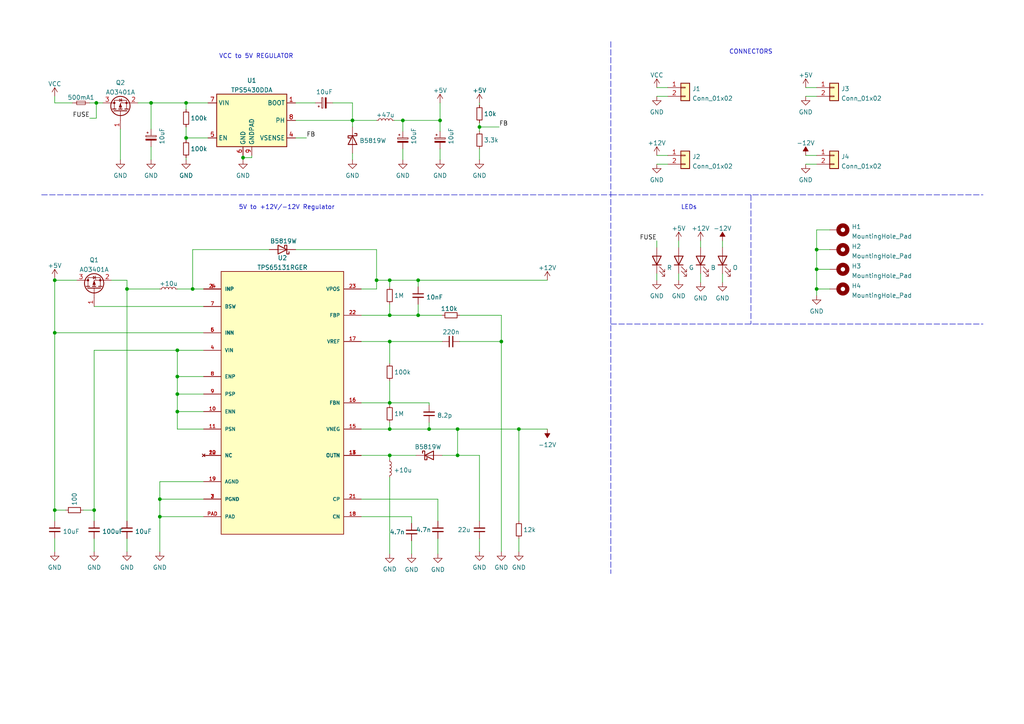
<source format=kicad_sch>
(kicad_sch (version 20211123) (generator eeschema)

  (uuid e63e39d7-6ac0-4ffd-8aa3-1841a4541b55)

  (paper "A4")

  (lib_symbols
    (symbol "Connector_Generic:Conn_01x02" (pin_names (offset 1.016) hide) (in_bom yes) (on_board yes)
      (property "Reference" "J" (id 0) (at 0 2.54 0)
        (effects (font (size 1.27 1.27)))
      )
      (property "Value" "Conn_01x02" (id 1) (at 0 -5.08 0)
        (effects (font (size 1.27 1.27)))
      )
      (property "Footprint" "" (id 2) (at 0 0 0)
        (effects (font (size 1.27 1.27)) hide)
      )
      (property "Datasheet" "~" (id 3) (at 0 0 0)
        (effects (font (size 1.27 1.27)) hide)
      )
      (property "ki_keywords" "connector" (id 4) (at 0 0 0)
        (effects (font (size 1.27 1.27)) hide)
      )
      (property "ki_description" "Generic connector, single row, 01x02, script generated (kicad-library-utils/schlib/autogen/connector/)" (id 5) (at 0 0 0)
        (effects (font (size 1.27 1.27)) hide)
      )
      (property "ki_fp_filters" "Connector*:*_1x??_*" (id 6) (at 0 0 0)
        (effects (font (size 1.27 1.27)) hide)
      )
      (symbol "Conn_01x02_1_1"
        (rectangle (start -1.27 -2.413) (end 0 -2.667)
          (stroke (width 0.1524) (type default) (color 0 0 0 0))
          (fill (type none))
        )
        (rectangle (start -1.27 0.127) (end 0 -0.127)
          (stroke (width 0.1524) (type default) (color 0 0 0 0))
          (fill (type none))
        )
        (rectangle (start -1.27 1.27) (end 1.27 -3.81)
          (stroke (width 0.254) (type default) (color 0 0 0 0))
          (fill (type background))
        )
        (pin passive line (at -5.08 0 0) (length 3.81)
          (name "Pin_1" (effects (font (size 1.27 1.27))))
          (number "1" (effects (font (size 1.27 1.27))))
        )
        (pin passive line (at -5.08 -2.54 0) (length 3.81)
          (name "Pin_2" (effects (font (size 1.27 1.27))))
          (number "2" (effects (font (size 1.27 1.27))))
        )
      )
    )
    (symbol "Device:C_Polarized_Small" (pin_numbers hide) (pin_names (offset 0.254) hide) (in_bom yes) (on_board yes)
      (property "Reference" "C" (id 0) (at 0.254 1.778 0)
        (effects (font (size 1.27 1.27)) (justify left))
      )
      (property "Value" "C_Polarized_Small" (id 1) (at 0.254 -2.032 0)
        (effects (font (size 1.27 1.27)) (justify left))
      )
      (property "Footprint" "" (id 2) (at 0 0 0)
        (effects (font (size 1.27 1.27)) hide)
      )
      (property "Datasheet" "~" (id 3) (at 0 0 0)
        (effects (font (size 1.27 1.27)) hide)
      )
      (property "ki_keywords" "cap capacitor" (id 4) (at 0 0 0)
        (effects (font (size 1.27 1.27)) hide)
      )
      (property "ki_description" "Polarized capacitor, small symbol" (id 5) (at 0 0 0)
        (effects (font (size 1.27 1.27)) hide)
      )
      (property "ki_fp_filters" "CP_*" (id 6) (at 0 0 0)
        (effects (font (size 1.27 1.27)) hide)
      )
      (symbol "C_Polarized_Small_0_1"
        (rectangle (start -1.524 -0.3048) (end 1.524 -0.6858)
          (stroke (width 0) (type default) (color 0 0 0 0))
          (fill (type outline))
        )
        (rectangle (start -1.524 0.6858) (end 1.524 0.3048)
          (stroke (width 0) (type default) (color 0 0 0 0))
          (fill (type none))
        )
        (polyline
          (pts
            (xy -1.27 1.524)
            (xy -0.762 1.524)
          )
          (stroke (width 0) (type default) (color 0 0 0 0))
          (fill (type none))
        )
        (polyline
          (pts
            (xy -1.016 1.27)
            (xy -1.016 1.778)
          )
          (stroke (width 0) (type default) (color 0 0 0 0))
          (fill (type none))
        )
      )
      (symbol "C_Polarized_Small_1_1"
        (pin passive line (at 0 2.54 270) (length 1.8542)
          (name "~" (effects (font (size 1.27 1.27))))
          (number "1" (effects (font (size 1.27 1.27))))
        )
        (pin passive line (at 0 -2.54 90) (length 1.8542)
          (name "~" (effects (font (size 1.27 1.27))))
          (number "2" (effects (font (size 1.27 1.27))))
        )
      )
    )
    (symbol "Device:C_Small" (pin_numbers hide) (pin_names (offset 0.254) hide) (in_bom yes) (on_board yes)
      (property "Reference" "C" (id 0) (at 0.254 1.778 0)
        (effects (font (size 1.27 1.27)) (justify left))
      )
      (property "Value" "C_Small" (id 1) (at 0.254 -2.032 0)
        (effects (font (size 1.27 1.27)) (justify left))
      )
      (property "Footprint" "" (id 2) (at 0 0 0)
        (effects (font (size 1.27 1.27)) hide)
      )
      (property "Datasheet" "~" (id 3) (at 0 0 0)
        (effects (font (size 1.27 1.27)) hide)
      )
      (property "ki_keywords" "capacitor cap" (id 4) (at 0 0 0)
        (effects (font (size 1.27 1.27)) hide)
      )
      (property "ki_description" "Unpolarized capacitor, small symbol" (id 5) (at 0 0 0)
        (effects (font (size 1.27 1.27)) hide)
      )
      (property "ki_fp_filters" "C_*" (id 6) (at 0 0 0)
        (effects (font (size 1.27 1.27)) hide)
      )
      (symbol "C_Small_0_1"
        (polyline
          (pts
            (xy -1.524 -0.508)
            (xy 1.524 -0.508)
          )
          (stroke (width 0.3302) (type default) (color 0 0 0 0))
          (fill (type none))
        )
        (polyline
          (pts
            (xy -1.524 0.508)
            (xy 1.524 0.508)
          )
          (stroke (width 0.3048) (type default) (color 0 0 0 0))
          (fill (type none))
        )
      )
      (symbol "C_Small_1_1"
        (pin passive line (at 0 2.54 270) (length 2.032)
          (name "~" (effects (font (size 1.27 1.27))))
          (number "1" (effects (font (size 1.27 1.27))))
        )
        (pin passive line (at 0 -2.54 90) (length 2.032)
          (name "~" (effects (font (size 1.27 1.27))))
          (number "2" (effects (font (size 1.27 1.27))))
        )
      )
    )
    (symbol "Device:Fuse_Small" (pin_numbers hide) (pin_names (offset 0.254) hide) (in_bom yes) (on_board yes)
      (property "Reference" "F" (id 0) (at 0 -1.524 0)
        (effects (font (size 1.27 1.27)))
      )
      (property "Value" "Fuse_Small" (id 1) (at 0 1.524 0)
        (effects (font (size 1.27 1.27)))
      )
      (property "Footprint" "" (id 2) (at 0 0 0)
        (effects (font (size 1.27 1.27)) hide)
      )
      (property "Datasheet" "~" (id 3) (at 0 0 0)
        (effects (font (size 1.27 1.27)) hide)
      )
      (property "ki_keywords" "fuse" (id 4) (at 0 0 0)
        (effects (font (size 1.27 1.27)) hide)
      )
      (property "ki_description" "Fuse, small symbol" (id 5) (at 0 0 0)
        (effects (font (size 1.27 1.27)) hide)
      )
      (property "ki_fp_filters" "SM*" (id 6) (at 0 0 0)
        (effects (font (size 1.27 1.27)) hide)
      )
      (symbol "Fuse_Small_0_1"
        (rectangle (start -1.27 0.508) (end 1.27 -0.508)
          (stroke (width 0) (type default) (color 0 0 0 0))
          (fill (type none))
        )
        (polyline
          (pts
            (xy -1.27 0)
            (xy 1.27 0)
          )
          (stroke (width 0) (type default) (color 0 0 0 0))
          (fill (type none))
        )
      )
      (symbol "Fuse_Small_1_1"
        (pin passive line (at -2.54 0 0) (length 1.27)
          (name "~" (effects (font (size 1.27 1.27))))
          (number "1" (effects (font (size 1.27 1.27))))
        )
        (pin passive line (at 2.54 0 180) (length 1.27)
          (name "~" (effects (font (size 1.27 1.27))))
          (number "2" (effects (font (size 1.27 1.27))))
        )
      )
    )
    (symbol "Device:LED" (pin_numbers hide) (pin_names (offset 1.016) hide) (in_bom yes) (on_board yes)
      (property "Reference" "D" (id 0) (at 0 2.54 0)
        (effects (font (size 1.27 1.27)))
      )
      (property "Value" "LED" (id 1) (at 0 -2.54 0)
        (effects (font (size 1.27 1.27)))
      )
      (property "Footprint" "" (id 2) (at 0 0 0)
        (effects (font (size 1.27 1.27)) hide)
      )
      (property "Datasheet" "~" (id 3) (at 0 0 0)
        (effects (font (size 1.27 1.27)) hide)
      )
      (property "ki_keywords" "LED diode" (id 4) (at 0 0 0)
        (effects (font (size 1.27 1.27)) hide)
      )
      (property "ki_description" "Light emitting diode" (id 5) (at 0 0 0)
        (effects (font (size 1.27 1.27)) hide)
      )
      (property "ki_fp_filters" "LED* LED_SMD:* LED_THT:*" (id 6) (at 0 0 0)
        (effects (font (size 1.27 1.27)) hide)
      )
      (symbol "LED_0_1"
        (polyline
          (pts
            (xy -1.27 -1.27)
            (xy -1.27 1.27)
          )
          (stroke (width 0.254) (type default) (color 0 0 0 0))
          (fill (type none))
        )
        (polyline
          (pts
            (xy -1.27 0)
            (xy 1.27 0)
          )
          (stroke (width 0) (type default) (color 0 0 0 0))
          (fill (type none))
        )
        (polyline
          (pts
            (xy 1.27 -1.27)
            (xy 1.27 1.27)
            (xy -1.27 0)
            (xy 1.27 -1.27)
          )
          (stroke (width 0.254) (type default) (color 0 0 0 0))
          (fill (type none))
        )
        (polyline
          (pts
            (xy -3.048 -0.762)
            (xy -4.572 -2.286)
            (xy -3.81 -2.286)
            (xy -4.572 -2.286)
            (xy -4.572 -1.524)
          )
          (stroke (width 0) (type default) (color 0 0 0 0))
          (fill (type none))
        )
        (polyline
          (pts
            (xy -1.778 -0.762)
            (xy -3.302 -2.286)
            (xy -2.54 -2.286)
            (xy -3.302 -2.286)
            (xy -3.302 -1.524)
          )
          (stroke (width 0) (type default) (color 0 0 0 0))
          (fill (type none))
        )
      )
      (symbol "LED_1_1"
        (pin passive line (at -3.81 0 0) (length 2.54)
          (name "K" (effects (font (size 1.27 1.27))))
          (number "1" (effects (font (size 1.27 1.27))))
        )
        (pin passive line (at 3.81 0 180) (length 2.54)
          (name "A" (effects (font (size 1.27 1.27))))
          (number "2" (effects (font (size 1.27 1.27))))
        )
      )
    )
    (symbol "Device:L_Small" (pin_numbers hide) (pin_names (offset 0.254) hide) (in_bom yes) (on_board yes)
      (property "Reference" "L" (id 0) (at 0.762 1.016 0)
        (effects (font (size 1.27 1.27)) (justify left))
      )
      (property "Value" "L_Small" (id 1) (at 0.762 -1.016 0)
        (effects (font (size 1.27 1.27)) (justify left))
      )
      (property "Footprint" "" (id 2) (at 0 0 0)
        (effects (font (size 1.27 1.27)) hide)
      )
      (property "Datasheet" "~" (id 3) (at 0 0 0)
        (effects (font (size 1.27 1.27)) hide)
      )
      (property "ki_keywords" "inductor choke coil reactor magnetic" (id 4) (at 0 0 0)
        (effects (font (size 1.27 1.27)) hide)
      )
      (property "ki_description" "Inductor, small symbol" (id 5) (at 0 0 0)
        (effects (font (size 1.27 1.27)) hide)
      )
      (property "ki_fp_filters" "Choke_* *Coil* Inductor_* L_*" (id 6) (at 0 0 0)
        (effects (font (size 1.27 1.27)) hide)
      )
      (symbol "L_Small_0_1"
        (arc (start 0 -2.032) (mid 0.508 -1.524) (end 0 -1.016)
          (stroke (width 0) (type default) (color 0 0 0 0))
          (fill (type none))
        )
        (arc (start 0 -1.016) (mid 0.508 -0.508) (end 0 0)
          (stroke (width 0) (type default) (color 0 0 0 0))
          (fill (type none))
        )
        (arc (start 0 0) (mid 0.508 0.508) (end 0 1.016)
          (stroke (width 0) (type default) (color 0 0 0 0))
          (fill (type none))
        )
        (arc (start 0 1.016) (mid 0.508 1.524) (end 0 2.032)
          (stroke (width 0) (type default) (color 0 0 0 0))
          (fill (type none))
        )
      )
      (symbol "L_Small_1_1"
        (pin passive line (at 0 2.54 270) (length 0.508)
          (name "~" (effects (font (size 1.27 1.27))))
          (number "1" (effects (font (size 1.27 1.27))))
        )
        (pin passive line (at 0 -2.54 90) (length 0.508)
          (name "~" (effects (font (size 1.27 1.27))))
          (number "2" (effects (font (size 1.27 1.27))))
        )
      )
    )
    (symbol "Device:R_Small" (pin_numbers hide) (pin_names (offset 0.254) hide) (in_bom yes) (on_board yes)
      (property "Reference" "R" (id 0) (at 0.762 0.508 0)
        (effects (font (size 1.27 1.27)) (justify left))
      )
      (property "Value" "R_Small" (id 1) (at 0.762 -1.016 0)
        (effects (font (size 1.27 1.27)) (justify left))
      )
      (property "Footprint" "" (id 2) (at 0 0 0)
        (effects (font (size 1.27 1.27)) hide)
      )
      (property "Datasheet" "~" (id 3) (at 0 0 0)
        (effects (font (size 1.27 1.27)) hide)
      )
      (property "ki_keywords" "R resistor" (id 4) (at 0 0 0)
        (effects (font (size 1.27 1.27)) hide)
      )
      (property "ki_description" "Resistor, small symbol" (id 5) (at 0 0 0)
        (effects (font (size 1.27 1.27)) hide)
      )
      (property "ki_fp_filters" "R_*" (id 6) (at 0 0 0)
        (effects (font (size 1.27 1.27)) hide)
      )
      (symbol "R_Small_0_1"
        (rectangle (start -0.762 1.778) (end 0.762 -1.778)
          (stroke (width 0.2032) (type default) (color 0 0 0 0))
          (fill (type none))
        )
      )
      (symbol "R_Small_1_1"
        (pin passive line (at 0 2.54 270) (length 0.762)
          (name "~" (effects (font (size 1.27 1.27))))
          (number "1" (effects (font (size 1.27 1.27))))
        )
        (pin passive line (at 0 -2.54 90) (length 0.762)
          (name "~" (effects (font (size 1.27 1.27))))
          (number "2" (effects (font (size 1.27 1.27))))
        )
      )
    )
    (symbol "Diode:1N5819" (pin_numbers hide) (pin_names (offset 1.016) hide) (in_bom yes) (on_board yes)
      (property "Reference" "D" (id 0) (at 0 2.54 0)
        (effects (font (size 1.27 1.27)))
      )
      (property "Value" "1N5819" (id 1) (at 0 -2.54 0)
        (effects (font (size 1.27 1.27)))
      )
      (property "Footprint" "Diode_THT:D_DO-41_SOD81_P10.16mm_Horizontal" (id 2) (at 0 -4.445 0)
        (effects (font (size 1.27 1.27)) hide)
      )
      (property "Datasheet" "http://www.vishay.com/docs/88525/1n5817.pdf" (id 3) (at 0 0 0)
        (effects (font (size 1.27 1.27)) hide)
      )
      (property "ki_keywords" "diode Schottky" (id 4) (at 0 0 0)
        (effects (font (size 1.27 1.27)) hide)
      )
      (property "ki_description" "40V 1A Schottky Barrier Rectifier Diode, DO-41" (id 5) (at 0 0 0)
        (effects (font (size 1.27 1.27)) hide)
      )
      (property "ki_fp_filters" "D*DO?41*" (id 6) (at 0 0 0)
        (effects (font (size 1.27 1.27)) hide)
      )
      (symbol "1N5819_0_1"
        (polyline
          (pts
            (xy 1.27 0)
            (xy -1.27 0)
          )
          (stroke (width 0) (type default) (color 0 0 0 0))
          (fill (type none))
        )
        (polyline
          (pts
            (xy 1.27 1.27)
            (xy 1.27 -1.27)
            (xy -1.27 0)
            (xy 1.27 1.27)
          )
          (stroke (width 0.254) (type default) (color 0 0 0 0))
          (fill (type none))
        )
        (polyline
          (pts
            (xy -1.905 0.635)
            (xy -1.905 1.27)
            (xy -1.27 1.27)
            (xy -1.27 -1.27)
            (xy -0.635 -1.27)
            (xy -0.635 -0.635)
          )
          (stroke (width 0.254) (type default) (color 0 0 0 0))
          (fill (type none))
        )
      )
      (symbol "1N5819_1_1"
        (pin passive line (at -3.81 0 0) (length 2.54)
          (name "K" (effects (font (size 1.27 1.27))))
          (number "1" (effects (font (size 1.27 1.27))))
        )
        (pin passive line (at 3.81 0 180) (length 2.54)
          (name "A" (effects (font (size 1.27 1.27))))
          (number "2" (effects (font (size 1.27 1.27))))
        )
      )
    )
    (symbol "Mechanical:MountingHole_Pad" (pin_numbers hide) (pin_names (offset 1.016) hide) (in_bom yes) (on_board yes)
      (property "Reference" "H" (id 0) (at 0 6.35 0)
        (effects (font (size 1.27 1.27)))
      )
      (property "Value" "MountingHole_Pad" (id 1) (at 0 4.445 0)
        (effects (font (size 1.27 1.27)))
      )
      (property "Footprint" "" (id 2) (at 0 0 0)
        (effects (font (size 1.27 1.27)) hide)
      )
      (property "Datasheet" "~" (id 3) (at 0 0 0)
        (effects (font (size 1.27 1.27)) hide)
      )
      (property "ki_keywords" "mounting hole" (id 4) (at 0 0 0)
        (effects (font (size 1.27 1.27)) hide)
      )
      (property "ki_description" "Mounting Hole with connection" (id 5) (at 0 0 0)
        (effects (font (size 1.27 1.27)) hide)
      )
      (property "ki_fp_filters" "MountingHole*Pad*" (id 6) (at 0 0 0)
        (effects (font (size 1.27 1.27)) hide)
      )
      (symbol "MountingHole_Pad_0_1"
        (circle (center 0 1.27) (radius 1.27)
          (stroke (width 1.27) (type default) (color 0 0 0 0))
          (fill (type none))
        )
      )
      (symbol "MountingHole_Pad_1_1"
        (pin input line (at 0 -2.54 90) (length 2.54)
          (name "1" (effects (font (size 1.27 1.27))))
          (number "1" (effects (font (size 1.27 1.27))))
        )
      )
    )
    (symbol "Regulator_Switching:TPS5430DDA" (in_bom yes) (on_board yes)
      (property "Reference" "U" (id 0) (at -10.16 8.89 0)
        (effects (font (size 1.27 1.27)) (justify left))
      )
      (property "Value" "TPS5430DDA" (id 1) (at -1.27 8.89 0)
        (effects (font (size 1.27 1.27)) (justify left))
      )
      (property "Footprint" "Package_SO:TI_SO-PowerPAD-8_ThermalVias" (id 2) (at 1.27 -8.89 0)
        (effects (font (size 1.27 1.27) italic) (justify left) hide)
      )
      (property "Datasheet" "http://www.ti.com/lit/ds/symlink/tps5430.pdf" (id 3) (at 0 0 0)
        (effects (font (size 1.27 1.27)) hide)
      )
      (property "ki_keywords" "Step-Down DC-DC Switching Regulator" (id 4) (at 0 0 0)
        (effects (font (size 1.27 1.27)) hide)
      )
      (property "ki_description" "3A, Step Down Swift Converter, Adjustable Output Voltage, 5.5-36V Input Voltage, PowerSO-8" (id 5) (at 0 0 0)
        (effects (font (size 1.27 1.27)) hide)
      )
      (property "ki_fp_filters" "TI*SO*PowerPAD*ThermalVias*" (id 6) (at 0 0 0)
        (effects (font (size 1.27 1.27)) hide)
      )
      (symbol "TPS5430DDA_0_1"
        (rectangle (start -10.16 7.62) (end 10.16 -7.62)
          (stroke (width 0.254) (type default) (color 0 0 0 0))
          (fill (type background))
        )
      )
      (symbol "TPS5430DDA_1_1"
        (pin input line (at 12.7 5.08 180) (length 2.54)
          (name "BOOT" (effects (font (size 1.27 1.27))))
          (number "1" (effects (font (size 1.27 1.27))))
        )
        (pin no_connect line (at -10.16 2.54 0) (length 2.54) hide
          (name "NC" (effects (font (size 1.27 1.27))))
          (number "2" (effects (font (size 1.27 1.27))))
        )
        (pin no_connect line (at -10.16 -2.54 0) (length 2.54) hide
          (name "NC" (effects (font (size 1.27 1.27))))
          (number "3" (effects (font (size 1.27 1.27))))
        )
        (pin input line (at 12.7 -5.08 180) (length 2.54)
          (name "VSENSE" (effects (font (size 1.27 1.27))))
          (number "4" (effects (font (size 1.27 1.27))))
        )
        (pin input line (at -12.7 -5.08 0) (length 2.54)
          (name "EN" (effects (font (size 1.27 1.27))))
          (number "5" (effects (font (size 1.27 1.27))))
        )
        (pin power_in line (at -2.54 -10.16 90) (length 2.54)
          (name "GND" (effects (font (size 1.27 1.27))))
          (number "6" (effects (font (size 1.27 1.27))))
        )
        (pin power_in line (at -12.7 5.08 0) (length 2.54)
          (name "VIN" (effects (font (size 1.27 1.27))))
          (number "7" (effects (font (size 1.27 1.27))))
        )
        (pin output line (at 12.7 0 180) (length 2.54)
          (name "PH" (effects (font (size 1.27 1.27))))
          (number "8" (effects (font (size 1.27 1.27))))
        )
        (pin power_in line (at 0 -10.16 90) (length 2.54)
          (name "GNDPAD" (effects (font (size 1.27 1.27))))
          (number "9" (effects (font (size 1.27 1.27))))
        )
      )
    )
    (symbol "TPS65131RGER:TPS65131RGER" (pin_names (offset 1.016)) (in_bom yes) (on_board yes)
      (property "Reference" "U" (id 0) (at 0 26.8986 0)
        (effects (font (size 1.27 1.27)) (justify left bottom))
      )
      (property "Value" "TPS65131RGER" (id 1) (at 0 24.3586 0)
        (effects (font (size 1.27 1.27)) (justify left bottom))
      )
      (property "Footprint" "RGE0024B" (id 2) (at 0 0 0)
        (effects (font (size 1.27 1.27)) (justify left bottom) hide)
      )
      (property "Datasheet" "" (id 3) (at 0 0 0)
        (effects (font (size 1.27 1.27)) (justify left bottom) hide)
      )
      (property "ki_locked" "" (id 4) (at 0 0 0)
        (effects (font (size 1.27 1.27)))
      )
      (symbol "TPS65131RGER_0_0"
        (rectangle (start -17.78 -40.64) (end 17.78 35.56)
          (stroke (width 0.2032) (type default) (color 0 0 0 0))
          (fill (type background))
        )
        (pin power_in line (at -22.86 30.48 0) (length 5.08)
          (name "INP" (effects (font (size 1.016 1.016))))
          (number "1" (effects (font (size 1.016 1.016))))
        )
        (pin input line (at -22.86 -5.08 0) (length 5.08)
          (name "ENN" (effects (font (size 1.016 1.016))))
          (number "10" (effects (font (size 1.016 1.016))))
        )
        (pin input line (at -22.86 -10.16 0) (length 5.08)
          (name "PSN" (effects (font (size 1.016 1.016))))
          (number "11" (effects (font (size 1.016 1.016))))
        )
        (pin no_connect line (at -22.86 -17.78 0) (length 5.08)
          (name "NC" (effects (font (size 1.016 1.016))))
          (number "12" (effects (font (size 1.016 1.016))))
        )
        (pin power_in line (at 22.86 -17.78 180) (length 5.08)
          (name "OUTN" (effects (font (size 1.016 1.016))))
          (number "13" (effects (font (size 1.016 1.016))))
        )
        (pin power_in line (at 22.86 -17.78 180) (length 5.08)
          (name "OUTN" (effects (font (size 1.016 1.016))))
          (number "14" (effects (font (size 1.016 1.016))))
        )
        (pin input line (at 22.86 -10.16 180) (length 5.08)
          (name "VNEG" (effects (font (size 1.016 1.016))))
          (number "15" (effects (font (size 1.016 1.016))))
        )
        (pin input line (at 22.86 -2.54 180) (length 5.08)
          (name "FBN" (effects (font (size 1.016 1.016))))
          (number "16" (effects (font (size 1.016 1.016))))
        )
        (pin output line (at 22.86 15.24 180) (length 5.08)
          (name "VREF" (effects (font (size 1.016 1.016))))
          (number "17" (effects (font (size 1.016 1.016))))
        )
        (pin passive line (at 22.86 -35.56 180) (length 5.08)
          (name "CN" (effects (font (size 1.016 1.016))))
          (number "18" (effects (font (size 1.016 1.016))))
        )
        (pin power_in line (at -22.86 -25.4 0) (length 5.08)
          (name "AGND" (effects (font (size 1.016 1.016))))
          (number "19" (effects (font (size 1.016 1.016))))
        )
        (pin power_in line (at -22.86 -30.48 0) (length 5.08)
          (name "PGND" (effects (font (size 1.016 1.016))))
          (number "2" (effects (font (size 1.016 1.016))))
        )
        (pin no_connect line (at -22.86 -17.78 0) (length 5.08)
          (name "NC" (effects (font (size 1.016 1.016))))
          (number "20" (effects (font (size 1.016 1.016))))
        )
        (pin passive line (at 22.86 -30.48 180) (length 5.08)
          (name "CP" (effects (font (size 1.016 1.016))))
          (number "21" (effects (font (size 1.016 1.016))))
        )
        (pin input line (at 22.86 22.86 180) (length 5.08)
          (name "FBP" (effects (font (size 1.016 1.016))))
          (number "22" (effects (font (size 1.016 1.016))))
        )
        (pin input line (at 22.86 30.48 180) (length 5.08)
          (name "VPOS" (effects (font (size 1.016 1.016))))
          (number "23" (effects (font (size 1.016 1.016))))
        )
        (pin power_in line (at -22.86 30.48 0) (length 5.08)
          (name "INP" (effects (font (size 1.016 1.016))))
          (number "24" (effects (font (size 1.016 1.016))))
        )
        (pin power_in line (at -22.86 -30.48 0) (length 5.08)
          (name "PGND" (effects (font (size 1.016 1.016))))
          (number "3" (effects (font (size 1.016 1.016))))
        )
        (pin power_in line (at -22.86 12.7 0) (length 5.08)
          (name "VIN" (effects (font (size 1.016 1.016))))
          (number "4" (effects (font (size 1.016 1.016))))
        )
        (pin power_in line (at -22.86 17.78 0) (length 5.08)
          (name "INN" (effects (font (size 1.016 1.016))))
          (number "5" (effects (font (size 1.016 1.016))))
        )
        (pin power_in line (at -22.86 17.78 0) (length 5.08)
          (name "INN" (effects (font (size 1.016 1.016))))
          (number "6" (effects (font (size 1.016 1.016))))
        )
        (pin output line (at -22.86 25.4 0) (length 5.08)
          (name "BSW" (effects (font (size 1.016 1.016))))
          (number "7" (effects (font (size 1.016 1.016))))
        )
        (pin input line (at -22.86 5.08 0) (length 5.08)
          (name "ENP" (effects (font (size 1.016 1.016))))
          (number "8" (effects (font (size 1.016 1.016))))
        )
        (pin input line (at -22.86 0 0) (length 5.08)
          (name "PSP" (effects (font (size 1.016 1.016))))
          (number "9" (effects (font (size 1.016 1.016))))
        )
        (pin power_in line (at -22.86 -35.56 0) (length 5.08)
          (name "PAD" (effects (font (size 1.016 1.016))))
          (number "PAD" (effects (font (size 1.016 1.016))))
        )
      )
    )
    (symbol "Transistor_FET:AO3401A" (pin_names hide) (in_bom yes) (on_board yes)
      (property "Reference" "Q" (id 0) (at 5.08 1.905 0)
        (effects (font (size 1.27 1.27)) (justify left))
      )
      (property "Value" "AO3401A" (id 1) (at 5.08 0 0)
        (effects (font (size 1.27 1.27)) (justify left))
      )
      (property "Footprint" "Package_TO_SOT_SMD:SOT-23" (id 2) (at 5.08 -1.905 0)
        (effects (font (size 1.27 1.27) italic) (justify left) hide)
      )
      (property "Datasheet" "http://www.aosmd.com/pdfs/datasheet/AO3401A.pdf" (id 3) (at 0 0 0)
        (effects (font (size 1.27 1.27)) (justify left) hide)
      )
      (property "ki_keywords" "P-Channel MOSFET" (id 4) (at 0 0 0)
        (effects (font (size 1.27 1.27)) hide)
      )
      (property "ki_description" "-4.0A Id, -30V Vds, P-Channel MOSFET, SOT-23" (id 5) (at 0 0 0)
        (effects (font (size 1.27 1.27)) hide)
      )
      (property "ki_fp_filters" "SOT?23*" (id 6) (at 0 0 0)
        (effects (font (size 1.27 1.27)) hide)
      )
      (symbol "AO3401A_0_1"
        (polyline
          (pts
            (xy 0.254 0)
            (xy -2.54 0)
          )
          (stroke (width 0) (type default) (color 0 0 0 0))
          (fill (type none))
        )
        (polyline
          (pts
            (xy 0.254 1.905)
            (xy 0.254 -1.905)
          )
          (stroke (width 0.254) (type default) (color 0 0 0 0))
          (fill (type none))
        )
        (polyline
          (pts
            (xy 0.762 -1.27)
            (xy 0.762 -2.286)
          )
          (stroke (width 0.254) (type default) (color 0 0 0 0))
          (fill (type none))
        )
        (polyline
          (pts
            (xy 0.762 0.508)
            (xy 0.762 -0.508)
          )
          (stroke (width 0.254) (type default) (color 0 0 0 0))
          (fill (type none))
        )
        (polyline
          (pts
            (xy 0.762 2.286)
            (xy 0.762 1.27)
          )
          (stroke (width 0.254) (type default) (color 0 0 0 0))
          (fill (type none))
        )
        (polyline
          (pts
            (xy 2.54 2.54)
            (xy 2.54 1.778)
          )
          (stroke (width 0) (type default) (color 0 0 0 0))
          (fill (type none))
        )
        (polyline
          (pts
            (xy 2.54 -2.54)
            (xy 2.54 0)
            (xy 0.762 0)
          )
          (stroke (width 0) (type default) (color 0 0 0 0))
          (fill (type none))
        )
        (polyline
          (pts
            (xy 0.762 1.778)
            (xy 3.302 1.778)
            (xy 3.302 -1.778)
            (xy 0.762 -1.778)
          )
          (stroke (width 0) (type default) (color 0 0 0 0))
          (fill (type none))
        )
        (polyline
          (pts
            (xy 2.286 0)
            (xy 1.27 0.381)
            (xy 1.27 -0.381)
            (xy 2.286 0)
          )
          (stroke (width 0) (type default) (color 0 0 0 0))
          (fill (type outline))
        )
        (polyline
          (pts
            (xy 2.794 -0.508)
            (xy 2.921 -0.381)
            (xy 3.683 -0.381)
            (xy 3.81 -0.254)
          )
          (stroke (width 0) (type default) (color 0 0 0 0))
          (fill (type none))
        )
        (polyline
          (pts
            (xy 3.302 -0.381)
            (xy 2.921 0.254)
            (xy 3.683 0.254)
            (xy 3.302 -0.381)
          )
          (stroke (width 0) (type default) (color 0 0 0 0))
          (fill (type none))
        )
        (circle (center 1.651 0) (radius 2.794)
          (stroke (width 0.254) (type default) (color 0 0 0 0))
          (fill (type none))
        )
        (circle (center 2.54 -1.778) (radius 0.254)
          (stroke (width 0) (type default) (color 0 0 0 0))
          (fill (type outline))
        )
        (circle (center 2.54 1.778) (radius 0.254)
          (stroke (width 0) (type default) (color 0 0 0 0))
          (fill (type outline))
        )
      )
      (symbol "AO3401A_1_1"
        (pin input line (at -5.08 0 0) (length 2.54)
          (name "G" (effects (font (size 1.27 1.27))))
          (number "1" (effects (font (size 1.27 1.27))))
        )
        (pin passive line (at 2.54 -5.08 90) (length 2.54)
          (name "S" (effects (font (size 1.27 1.27))))
          (number "2" (effects (font (size 1.27 1.27))))
        )
        (pin passive line (at 2.54 5.08 270) (length 2.54)
          (name "D" (effects (font (size 1.27 1.27))))
          (number "3" (effects (font (size 1.27 1.27))))
        )
      )
    )
    (symbol "power:+12V" (power) (pin_names (offset 0)) (in_bom yes) (on_board yes)
      (property "Reference" "#PWR" (id 0) (at 0 -3.81 0)
        (effects (font (size 1.27 1.27)) hide)
      )
      (property "Value" "+12V" (id 1) (at 0 3.556 0)
        (effects (font (size 1.27 1.27)))
      )
      (property "Footprint" "" (id 2) (at 0 0 0)
        (effects (font (size 1.27 1.27)) hide)
      )
      (property "Datasheet" "" (id 3) (at 0 0 0)
        (effects (font (size 1.27 1.27)) hide)
      )
      (property "ki_keywords" "power-flag" (id 4) (at 0 0 0)
        (effects (font (size 1.27 1.27)) hide)
      )
      (property "ki_description" "Power symbol creates a global label with name \"+12V\"" (id 5) (at 0 0 0)
        (effects (font (size 1.27 1.27)) hide)
      )
      (symbol "+12V_0_1"
        (polyline
          (pts
            (xy -0.762 1.27)
            (xy 0 2.54)
          )
          (stroke (width 0) (type default) (color 0 0 0 0))
          (fill (type none))
        )
        (polyline
          (pts
            (xy 0 0)
            (xy 0 2.54)
          )
          (stroke (width 0) (type default) (color 0 0 0 0))
          (fill (type none))
        )
        (polyline
          (pts
            (xy 0 2.54)
            (xy 0.762 1.27)
          )
          (stroke (width 0) (type default) (color 0 0 0 0))
          (fill (type none))
        )
      )
      (symbol "+12V_1_1"
        (pin power_in line (at 0 0 90) (length 0) hide
          (name "+12V" (effects (font (size 1.27 1.27))))
          (number "1" (effects (font (size 1.27 1.27))))
        )
      )
    )
    (symbol "power:+5V" (power) (pin_names (offset 0)) (in_bom yes) (on_board yes)
      (property "Reference" "#PWR" (id 0) (at 0 -3.81 0)
        (effects (font (size 1.27 1.27)) hide)
      )
      (property "Value" "+5V" (id 1) (at 0 3.556 0)
        (effects (font (size 1.27 1.27)))
      )
      (property "Footprint" "" (id 2) (at 0 0 0)
        (effects (font (size 1.27 1.27)) hide)
      )
      (property "Datasheet" "" (id 3) (at 0 0 0)
        (effects (font (size 1.27 1.27)) hide)
      )
      (property "ki_keywords" "power-flag" (id 4) (at 0 0 0)
        (effects (font (size 1.27 1.27)) hide)
      )
      (property "ki_description" "Power symbol creates a global label with name \"+5V\"" (id 5) (at 0 0 0)
        (effects (font (size 1.27 1.27)) hide)
      )
      (symbol "+5V_0_1"
        (polyline
          (pts
            (xy -0.762 1.27)
            (xy 0 2.54)
          )
          (stroke (width 0) (type default) (color 0 0 0 0))
          (fill (type none))
        )
        (polyline
          (pts
            (xy 0 0)
            (xy 0 2.54)
          )
          (stroke (width 0) (type default) (color 0 0 0 0))
          (fill (type none))
        )
        (polyline
          (pts
            (xy 0 2.54)
            (xy 0.762 1.27)
          )
          (stroke (width 0) (type default) (color 0 0 0 0))
          (fill (type none))
        )
      )
      (symbol "+5V_1_1"
        (pin power_in line (at 0 0 90) (length 0) hide
          (name "+5V" (effects (font (size 1.27 1.27))))
          (number "1" (effects (font (size 1.27 1.27))))
        )
      )
    )
    (symbol "power:-12V" (power) (pin_names (offset 0)) (in_bom yes) (on_board yes)
      (property "Reference" "#PWR" (id 0) (at 0 2.54 0)
        (effects (font (size 1.27 1.27)) hide)
      )
      (property "Value" "-12V" (id 1) (at 0 3.81 0)
        (effects (font (size 1.27 1.27)))
      )
      (property "Footprint" "" (id 2) (at 0 0 0)
        (effects (font (size 1.27 1.27)) hide)
      )
      (property "Datasheet" "" (id 3) (at 0 0 0)
        (effects (font (size 1.27 1.27)) hide)
      )
      (property "ki_keywords" "power-flag" (id 4) (at 0 0 0)
        (effects (font (size 1.27 1.27)) hide)
      )
      (property "ki_description" "Power symbol creates a global label with name \"-12V\"" (id 5) (at 0 0 0)
        (effects (font (size 1.27 1.27)) hide)
      )
      (symbol "-12V_0_0"
        (pin power_in line (at 0 0 90) (length 0) hide
          (name "-12V" (effects (font (size 1.27 1.27))))
          (number "1" (effects (font (size 1.27 1.27))))
        )
      )
      (symbol "-12V_0_1"
        (polyline
          (pts
            (xy 0 0)
            (xy 0 1.27)
            (xy 0.762 1.27)
            (xy 0 2.54)
            (xy -0.762 1.27)
            (xy 0 1.27)
          )
          (stroke (width 0) (type default) (color 0 0 0 0))
          (fill (type outline))
        )
      )
    )
    (symbol "power:GND" (power) (pin_names (offset 0)) (in_bom yes) (on_board yes)
      (property "Reference" "#PWR" (id 0) (at 0 -6.35 0)
        (effects (font (size 1.27 1.27)) hide)
      )
      (property "Value" "GND" (id 1) (at 0 -3.81 0)
        (effects (font (size 1.27 1.27)))
      )
      (property "Footprint" "" (id 2) (at 0 0 0)
        (effects (font (size 1.27 1.27)) hide)
      )
      (property "Datasheet" "" (id 3) (at 0 0 0)
        (effects (font (size 1.27 1.27)) hide)
      )
      (property "ki_keywords" "power-flag" (id 4) (at 0 0 0)
        (effects (font (size 1.27 1.27)) hide)
      )
      (property "ki_description" "Power symbol creates a global label with name \"GND\" , ground" (id 5) (at 0 0 0)
        (effects (font (size 1.27 1.27)) hide)
      )
      (symbol "GND_0_1"
        (polyline
          (pts
            (xy 0 0)
            (xy 0 -1.27)
            (xy 1.27 -1.27)
            (xy 0 -2.54)
            (xy -1.27 -1.27)
            (xy 0 -1.27)
          )
          (stroke (width 0) (type default) (color 0 0 0 0))
          (fill (type none))
        )
      )
      (symbol "GND_1_1"
        (pin power_in line (at 0 0 270) (length 0) hide
          (name "GND" (effects (font (size 1.27 1.27))))
          (number "1" (effects (font (size 1.27 1.27))))
        )
      )
    )
    (symbol "power:VCC" (power) (pin_names (offset 0)) (in_bom yes) (on_board yes)
      (property "Reference" "#PWR" (id 0) (at 0 -3.81 0)
        (effects (font (size 1.27 1.27)) hide)
      )
      (property "Value" "VCC" (id 1) (at 0 3.81 0)
        (effects (font (size 1.27 1.27)))
      )
      (property "Footprint" "" (id 2) (at 0 0 0)
        (effects (font (size 1.27 1.27)) hide)
      )
      (property "Datasheet" "" (id 3) (at 0 0 0)
        (effects (font (size 1.27 1.27)) hide)
      )
      (property "ki_keywords" "power-flag" (id 4) (at 0 0 0)
        (effects (font (size 1.27 1.27)) hide)
      )
      (property "ki_description" "Power symbol creates a global label with name \"VCC\"" (id 5) (at 0 0 0)
        (effects (font (size 1.27 1.27)) hide)
      )
      (symbol "VCC_0_1"
        (polyline
          (pts
            (xy -0.762 1.27)
            (xy 0 2.54)
          )
          (stroke (width 0) (type default) (color 0 0 0 0))
          (fill (type none))
        )
        (polyline
          (pts
            (xy 0 0)
            (xy 0 2.54)
          )
          (stroke (width 0) (type default) (color 0 0 0 0))
          (fill (type none))
        )
        (polyline
          (pts
            (xy 0 2.54)
            (xy 0.762 1.27)
          )
          (stroke (width 0) (type default) (color 0 0 0 0))
          (fill (type none))
        )
      )
      (symbol "VCC_1_1"
        (pin power_in line (at 0 0 90) (length 0) hide
          (name "VCC" (effects (font (size 1.27 1.27))))
          (number "1" (effects (font (size 1.27 1.27))))
        )
      )
    )
  )

  (junction (at 132.715 132.08) (diameter 0) (color 0 0 0 0)
    (uuid 00d75300-0020-41fc-92df-6f5a0304b77b)
  )
  (junction (at 121.285 81.28) (diameter 0) (color 0 0 0 0)
    (uuid 0c8d397f-6fb5-4add-a85d-cb54a65eed08)
  )
  (junction (at 139.065 36.83) (diameter 0) (color 0 0 0 0)
    (uuid 143a91ed-c010-4ccb-a864-a7b6ff72e966)
  )
  (junction (at 15.875 96.52) (diameter 0) (color 0 0 0 0)
    (uuid 148b4133-879a-4014-bcd9-cbc7252de259)
  )
  (junction (at 113.03 91.44) (diameter 0) (color 0 0 0 0)
    (uuid 172645b1-db26-469d-8974-cdbfc4a2605b)
  )
  (junction (at 127.635 34.925) (diameter 0) (color 0 0 0 0)
    (uuid 1771dfd1-7153-4854-87ff-c474ada46376)
  )
  (junction (at 46.355 149.86) (diameter 0) (color 0 0 0 0)
    (uuid 1cdc1605-8e59-4645-a758-a8c5159d6e54)
  )
  (junction (at 15.875 81.28) (diameter 0) (color 0 0 0 0)
    (uuid 1fbc8266-c601-46b9-a84b-1a398f083d10)
  )
  (junction (at 113.03 124.46) (diameter 0) (color 0 0 0 0)
    (uuid 2740dc49-47c8-49ef-a515-e52f795cefd7)
  )
  (junction (at 132.715 124.46) (diameter 0) (color 0 0 0 0)
    (uuid 3c13f878-1f66-4678-a112-726e41ded414)
  )
  (junction (at 53.975 40.005) (diameter 0) (color 0 0 0 0)
    (uuid 43311f7a-7383-483c-ae67-ef2de4452a07)
  )
  (junction (at 51.435 101.6) (diameter 0) (color 0 0 0 0)
    (uuid 45662d91-8b59-4bd6-b035-830c7e033d27)
  )
  (junction (at 70.485 45.72) (diameter 0) (color 0 0 0 0)
    (uuid 46e19122-f171-4a8a-8444-427dc5b52409)
  )
  (junction (at 236.855 83.82) (diameter 0) (color 0 0 0 0)
    (uuid 4f8a0b52-82df-42ee-a988-9170cec1c709)
  )
  (junction (at 27.305 147.955) (diameter 0) (color 0 0 0 0)
    (uuid 5251316f-7482-4a55-9c53-87ef6bc09780)
  )
  (junction (at 236.855 72.39) (diameter 0) (color 0 0 0 0)
    (uuid 592a459c-6ef3-4650-af5f-6cd70ee5ba3b)
  )
  (junction (at 55.88 83.82) (diameter 0) (color 0 0 0 0)
    (uuid 67574ddd-f7be-4500-a3b5-bea48b8ed2bb)
  )
  (junction (at 150.495 124.46) (diameter 0) (color 0 0 0 0)
    (uuid 7407cd65-bfa5-41c6-9c06-4cb775d66e71)
  )
  (junction (at 15.875 147.955) (diameter 0) (color 0 0 0 0)
    (uuid 7487e722-17a0-47f5-b9d4-bb8987c26f24)
  )
  (junction (at 36.83 83.82) (diameter 0) (color 0 0 0 0)
    (uuid 7ab984f1-9f72-4e27-bcd4-1c6bf1d8b183)
  )
  (junction (at 113.03 116.84) (diameter 0) (color 0 0 0 0)
    (uuid 825e57ab-beae-48e2-bf47-c0153e12d959)
  )
  (junction (at 121.285 91.44) (diameter 0) (color 0 0 0 0)
    (uuid 84b219b6-ce35-484f-a6fd-62854bffedff)
  )
  (junction (at 53.975 29.845) (diameter 0) (color 0 0 0 0)
    (uuid 85e37170-979a-475e-962f-5046f82a0f98)
  )
  (junction (at 27.94 29.845) (diameter 0) (color 0 0 0 0)
    (uuid 9554ff65-3bdc-4021-9756-58e219a751c6)
  )
  (junction (at 124.46 124.46) (diameter 0) (color 0 0 0 0)
    (uuid a587c14b-3260-4878-8731-b4e0ded1b53a)
  )
  (junction (at 116.84 34.925) (diameter 0) (color 0 0 0 0)
    (uuid ab31a0b1-5ed1-44ca-a97b-accf3c560e3d)
  )
  (junction (at 102.235 34.925) (diameter 0) (color 0 0 0 0)
    (uuid aec79da5-2b43-44b2-b294-cd38860d8e1d)
  )
  (junction (at 109.22 81.28) (diameter 0) (color 0 0 0 0)
    (uuid cafb01d1-6637-4402-bb54-06f23929abc7)
  )
  (junction (at 51.435 114.3) (diameter 0) (color 0 0 0 0)
    (uuid cf1032ef-b94f-43a2-8ad4-c458189123df)
  )
  (junction (at 145.415 99.06) (diameter 0) (color 0 0 0 0)
    (uuid dfb96888-c053-43e0-810e-cc02aa28013b)
  )
  (junction (at 113.03 81.28) (diameter 0) (color 0 0 0 0)
    (uuid e96c14f4-d0cf-429b-b24c-a8bc603b8aeb)
  )
  (junction (at 236.855 78.105) (diameter 0) (color 0 0 0 0)
    (uuid ef316414-a5d4-4c8a-868c-41363f9aaf34)
  )
  (junction (at 51.435 109.22) (diameter 0) (color 0 0 0 0)
    (uuid f0607d6a-61ca-40fb-b10e-39bd373885a4)
  )
  (junction (at 43.815 29.845) (diameter 0) (color 0 0 0 0)
    (uuid f42ffa4a-3162-4d30-992d-a7e13dd34485)
  )
  (junction (at 113.03 99.06) (diameter 0) (color 0 0 0 0)
    (uuid f70c78ef-0d74-4484-bd28-3316af962444)
  )
  (junction (at 113.03 132.08) (diameter 0) (color 0 0 0 0)
    (uuid f83c2e6e-1ccc-4976-8735-de9f70b624c0)
  )
  (junction (at 51.435 119.38) (diameter 0) (color 0 0 0 0)
    (uuid fa432cd4-6c09-46d8-bcac-95b0c63e3a1b)
  )
  (junction (at 46.355 144.78) (diameter 0) (color 0 0 0 0)
    (uuid fada3106-a9ee-4aea-96e0-d22c97a8ac3e)
  )

  (wire (pts (xy 233.68 25.4) (xy 236.855 25.4))
    (stroke (width 0) (type default) (color 0 0 0 0))
    (uuid 03d3a13b-a881-49e4-85a2-d20ba952181f)
  )
  (wire (pts (xy 236.855 83.82) (xy 240.665 83.82))
    (stroke (width 0) (type default) (color 0 0 0 0))
    (uuid 05e73b44-d789-4294-82ec-99b78dc2f238)
  )
  (wire (pts (xy 53.975 40.005) (xy 60.325 40.005))
    (stroke (width 0) (type default) (color 0 0 0 0))
    (uuid 062833b0-2159-4216-8af0-596483b473a9)
  )
  (wire (pts (xy 102.235 29.845) (xy 96.52 29.845))
    (stroke (width 0) (type default) (color 0 0 0 0))
    (uuid 069fdf32-e56d-48fe-b644-4f032e2076aa)
  )
  (wire (pts (xy 113.03 81.28) (xy 113.03 83.185))
    (stroke (width 0) (type default) (color 0 0 0 0))
    (uuid 06f787f5-184f-46f7-806c-fcd696b1295d)
  )
  (wire (pts (xy 116.84 34.925) (xy 116.84 38.1))
    (stroke (width 0) (type default) (color 0 0 0 0))
    (uuid 07a8f46d-7b10-4733-9fb4-03d40fa86919)
  )
  (wire (pts (xy 51.435 109.22) (xy 59.055 109.22))
    (stroke (width 0) (type default) (color 0 0 0 0))
    (uuid 07b59e5d-a238-46ff-b8fa-5018b405231c)
  )
  (wire (pts (xy 144.78 36.83) (xy 139.065 36.83))
    (stroke (width 0) (type default) (color 0 0 0 0))
    (uuid 08996775-421e-4979-9a88-b7f2e5f99e31)
  )
  (wire (pts (xy 116.84 34.925) (xy 127.635 34.925))
    (stroke (width 0) (type default) (color 0 0 0 0))
    (uuid 0993ef29-421c-48b6-9f6e-25092ba538ea)
  )
  (wire (pts (xy 46.355 144.78) (xy 59.055 144.78))
    (stroke (width 0) (type default) (color 0 0 0 0))
    (uuid 09de37da-5f63-4371-a986-3aa59f06a734)
  )
  (wire (pts (xy 127 144.78) (xy 127 151.13))
    (stroke (width 0) (type default) (color 0 0 0 0))
    (uuid 0acdca6f-5494-4a53-a623-b675f78bcb64)
  )
  (wire (pts (xy 109.22 81.28) (xy 113.03 81.28))
    (stroke (width 0) (type default) (color 0 0 0 0))
    (uuid 0b5e7c8d-c5d3-4d51-b1e8-ad5cff8f235d)
  )
  (wire (pts (xy 53.975 29.845) (xy 53.975 31.75))
    (stroke (width 0) (type default) (color 0 0 0 0))
    (uuid 0be30609-7c69-4d44-a1a4-effd617a05bb)
  )
  (wire (pts (xy 233.68 47.625) (xy 236.855 47.625))
    (stroke (width 0) (type default) (color 0 0 0 0))
    (uuid 0cb57930-aee7-451b-a5e9-c696172ab45f)
  )
  (wire (pts (xy 113.03 110.49) (xy 113.03 116.84))
    (stroke (width 0) (type default) (color 0 0 0 0))
    (uuid 0ddae2e4-237f-4847-9e89-6d638998a05d)
  )
  (wire (pts (xy 113.03 132.08) (xy 113.03 133.35))
    (stroke (width 0) (type default) (color 0 0 0 0))
    (uuid 0e8ed6d2-6c67-4d3e-a910-34edd8546317)
  )
  (wire (pts (xy 51.435 114.3) (xy 59.055 114.3))
    (stroke (width 0) (type default) (color 0 0 0 0))
    (uuid 0fae522d-32b2-4783-8713-6221c061fd63)
  )
  (wire (pts (xy 240.665 66.675) (xy 236.855 66.675))
    (stroke (width 0) (type default) (color 0 0 0 0))
    (uuid 12cdb827-d725-416a-b14d-afa46b964703)
  )
  (wire (pts (xy 15.875 156.21) (xy 15.875 160.02))
    (stroke (width 0) (type default) (color 0 0 0 0))
    (uuid 133e836c-9d6e-462b-a24d-0dfc627bdacf)
  )
  (polyline (pts (xy 217.805 56.515) (xy 217.805 93.98))
    (stroke (width 0) (type default) (color 0 0 0 0))
    (uuid 158abd92-994b-42d1-be9f-e226a921ce73)
  )

  (wire (pts (xy 102.235 34.925) (xy 102.235 29.845))
    (stroke (width 0) (type default) (color 0 0 0 0))
    (uuid 16b8e6ae-f2bd-4055-8ee5-118ea183bedc)
  )
  (wire (pts (xy 139.065 43.18) (xy 139.065 46.355))
    (stroke (width 0) (type default) (color 0 0 0 0))
    (uuid 16bb884f-76cc-4f87-98ea-eac1c965d1b6)
  )
  (wire (pts (xy 233.68 27.94) (xy 236.855 27.94))
    (stroke (width 0) (type default) (color 0 0 0 0))
    (uuid 16d3d049-d5d2-4512-a3c8-40e47cf4680f)
  )
  (polyline (pts (xy 177.165 56.515) (xy 285.115 56.515))
    (stroke (width 0) (type default) (color 0 0 0 0))
    (uuid 16e2fb08-cd68-4ab7-830d-71b5c8ec71f2)
  )

  (wire (pts (xy 128.27 132.08) (xy 132.715 132.08))
    (stroke (width 0) (type default) (color 0 0 0 0))
    (uuid 1c0ff1b5-81cf-4982-86cb-30e5346249b9)
  )
  (wire (pts (xy 51.435 101.6) (xy 27.305 101.6))
    (stroke (width 0) (type default) (color 0 0 0 0))
    (uuid 1d510996-28cf-4ff1-b657-25f7070afd6e)
  )
  (wire (pts (xy 104.775 99.06) (xy 113.03 99.06))
    (stroke (width 0) (type default) (color 0 0 0 0))
    (uuid 1e6b2b16-5773-4e6a-bec2-e6c3ddcef55f)
  )
  (wire (pts (xy 133.35 99.06) (xy 145.415 99.06))
    (stroke (width 0) (type default) (color 0 0 0 0))
    (uuid 1ee12eff-7000-403a-9f5d-4964256463c3)
  )
  (wire (pts (xy 46.355 139.7) (xy 59.055 139.7))
    (stroke (width 0) (type default) (color 0 0 0 0))
    (uuid 2160c3f5-97b9-4ff6-bbf2-fc6a1a2df5ad)
  )
  (wire (pts (xy 85.725 34.925) (xy 102.235 34.925))
    (stroke (width 0) (type default) (color 0 0 0 0))
    (uuid 21671ffb-e382-40cf-89bb-00b02b9f3cbe)
  )
  (wire (pts (xy 236.855 66.675) (xy 236.855 72.39))
    (stroke (width 0) (type default) (color 0 0 0 0))
    (uuid 217c3f7c-2c22-4b6f-bb51-ebca2b895679)
  )
  (wire (pts (xy 46.355 149.86) (xy 46.355 144.78))
    (stroke (width 0) (type default) (color 0 0 0 0))
    (uuid 2612acf7-5daf-4d2a-a66c-4bcc9bd0e22d)
  )
  (wire (pts (xy 51.435 119.38) (xy 59.055 119.38))
    (stroke (width 0) (type default) (color 0 0 0 0))
    (uuid 26e83e9f-8748-486c-8e1d-a5543f5df29e)
  )
  (wire (pts (xy 85.725 40.005) (xy 88.9 40.005))
    (stroke (width 0) (type default) (color 0 0 0 0))
    (uuid 29a0b066-27a5-4199-87bd-a9045abee1f8)
  )
  (wire (pts (xy 132.715 124.46) (xy 150.495 124.46))
    (stroke (width 0) (type default) (color 0 0 0 0))
    (uuid 29ff4bb2-5a55-4a23-8058-461c2d5a1060)
  )
  (wire (pts (xy 27.305 88.9) (xy 59.055 88.9))
    (stroke (width 0) (type default) (color 0 0 0 0))
    (uuid 2b32b842-7636-4ca3-a95d-50561223a9b5)
  )
  (wire (pts (xy 121.285 91.44) (xy 128.27 91.44))
    (stroke (width 0) (type default) (color 0 0 0 0))
    (uuid 339250ca-e03a-4e4a-afc5-fe2f8bb2a7c4)
  )
  (wire (pts (xy 53.975 40.005) (xy 53.975 40.64))
    (stroke (width 0) (type default) (color 0 0 0 0))
    (uuid 3572c8c5-51f8-4740-8694-5b38ef6d6683)
  )
  (wire (pts (xy 114.3 34.925) (xy 116.84 34.925))
    (stroke (width 0) (type default) (color 0 0 0 0))
    (uuid 37968072-4120-49c3-82bc-30739e257550)
  )
  (wire (pts (xy 27.94 29.845) (xy 29.845 29.845))
    (stroke (width 0) (type default) (color 0 0 0 0))
    (uuid 39f38fec-674c-4c29-aef6-5c170e0ef4d4)
  )
  (wire (pts (xy 121.285 91.44) (xy 121.285 88.265))
    (stroke (width 0) (type default) (color 0 0 0 0))
    (uuid 3a352f1e-0db8-4578-9456-6a4cfda36a87)
  )
  (wire (pts (xy 145.415 91.44) (xy 145.415 99.06))
    (stroke (width 0) (type default) (color 0 0 0 0))
    (uuid 3a3791ff-24d9-4883-94c7-9fa3c90c7458)
  )
  (wire (pts (xy 104.775 144.78) (xy 127 144.78))
    (stroke (width 0) (type default) (color 0 0 0 0))
    (uuid 3b36b69e-2dff-40a2-b090-111e9cc6e87d)
  )
  (wire (pts (xy 236.855 72.39) (xy 240.665 72.39))
    (stroke (width 0) (type default) (color 0 0 0 0))
    (uuid 3b8c1d14-a7de-475b-9e6a-eb38b3a38d83)
  )
  (wire (pts (xy 113.03 99.06) (xy 128.27 99.06))
    (stroke (width 0) (type default) (color 0 0 0 0))
    (uuid 3dfd1a1e-5d1b-4e56-aa4c-becc6cc1926e)
  )
  (wire (pts (xy 190.5 69.85) (xy 190.5 71.755))
    (stroke (width 0) (type default) (color 0 0 0 0))
    (uuid 3f2ee02e-0156-45d7-a80e-e73190a407cb)
  )
  (wire (pts (xy 104.775 91.44) (xy 113.03 91.44))
    (stroke (width 0) (type default) (color 0 0 0 0))
    (uuid 4274d415-39bb-41a2-8cf6-6c7ac1e98c17)
  )
  (wire (pts (xy 40.005 29.845) (xy 43.815 29.845))
    (stroke (width 0) (type default) (color 0 0 0 0))
    (uuid 43617368-cfbb-435d-9755-30865be35974)
  )
  (wire (pts (xy 46.355 160.02) (xy 46.355 149.86))
    (stroke (width 0) (type default) (color 0 0 0 0))
    (uuid 43f700f7-0d0a-4673-a583-d3034986146a)
  )
  (wire (pts (xy 34.925 37.465) (xy 34.925 46.355))
    (stroke (width 0) (type default) (color 0 0 0 0))
    (uuid 456474da-5aaf-4b09-acee-1108f6386431)
  )
  (wire (pts (xy 73.025 45.085) (xy 73.025 45.72))
    (stroke (width 0) (type default) (color 0 0 0 0))
    (uuid 4aa3c6bf-e5e2-4be7-8fd0-457efb174f24)
  )
  (wire (pts (xy 127.635 34.925) (xy 127.635 38.1))
    (stroke (width 0) (type default) (color 0 0 0 0))
    (uuid 4b524444-d122-4590-bab6-54ca6b1b73e9)
  )
  (wire (pts (xy 190.5 79.375) (xy 190.5 81.28))
    (stroke (width 0) (type default) (color 0 0 0 0))
    (uuid 4d71945a-bcec-4e4a-8f71-9df8a1ae3c2a)
  )
  (wire (pts (xy 46.355 149.86) (xy 59.055 149.86))
    (stroke (width 0) (type default) (color 0 0 0 0))
    (uuid 50297162-4e51-4ead-b07b-ca82aa61f6be)
  )
  (wire (pts (xy 27.305 156.21) (xy 27.305 160.02))
    (stroke (width 0) (type default) (color 0 0 0 0))
    (uuid 51c8c939-7f7b-42f5-9d40-9df199be5895)
  )
  (wire (pts (xy 150.495 156.21) (xy 150.495 160.02))
    (stroke (width 0) (type default) (color 0 0 0 0))
    (uuid 5530042a-22d2-4e59-b221-b39cc1f81f89)
  )
  (wire (pts (xy 70.485 45.085) (xy 70.485 45.72))
    (stroke (width 0) (type default) (color 0 0 0 0))
    (uuid 5a34a473-4336-405d-b1b1-06ba0e85e54e)
  )
  (wire (pts (xy 104.775 116.84) (xy 113.03 116.84))
    (stroke (width 0) (type default) (color 0 0 0 0))
    (uuid 5d03b78c-c0b2-48cd-8ba2-418f2d12762d)
  )
  (wire (pts (xy 233.68 45.085) (xy 236.855 45.085))
    (stroke (width 0) (type default) (color 0 0 0 0))
    (uuid 5e33c2fe-3400-41ef-af61-d83182277f74)
  )
  (wire (pts (xy 190.5 25.4) (xy 193.675 25.4))
    (stroke (width 0) (type default) (color 0 0 0 0))
    (uuid 612dbd4b-e49c-422a-823c-75e5a323e00c)
  )
  (wire (pts (xy 196.85 79.375) (xy 196.85 81.28))
    (stroke (width 0) (type default) (color 0 0 0 0))
    (uuid 619303af-4e67-4286-b12c-709774dbd33a)
  )
  (wire (pts (xy 15.875 96.52) (xy 59.055 96.52))
    (stroke (width 0) (type default) (color 0 0 0 0))
    (uuid 64949719-93a4-4d0a-8be4-6eaaf56fa31f)
  )
  (wire (pts (xy 132.715 124.46) (xy 132.715 132.08))
    (stroke (width 0) (type default) (color 0 0 0 0))
    (uuid 6a42f621-5b04-4e1f-8a3d-91b723dec6ba)
  )
  (wire (pts (xy 51.435 114.3) (xy 51.435 109.22))
    (stroke (width 0) (type default) (color 0 0 0 0))
    (uuid 6ff56255-2f20-477f-8481-fec4296b986e)
  )
  (wire (pts (xy 85.725 29.845) (xy 91.44 29.845))
    (stroke (width 0) (type default) (color 0 0 0 0))
    (uuid 7016b42c-3d02-4a6a-9a32-f17ef085f209)
  )
  (wire (pts (xy 15.875 81.28) (xy 15.875 96.52))
    (stroke (width 0) (type default) (color 0 0 0 0))
    (uuid 71fed6df-14f2-41f4-9871-a74ba4ee1313)
  )
  (wire (pts (xy 139.065 156.21) (xy 139.065 160.02))
    (stroke (width 0) (type default) (color 0 0 0 0))
    (uuid 72b5dcd2-7949-4879-9dd3-4ecfb776b6d6)
  )
  (wire (pts (xy 43.815 42.545) (xy 43.815 46.355))
    (stroke (width 0) (type default) (color 0 0 0 0))
    (uuid 73657cb7-c7be-49a1-b03e-8e8977780565)
  )
  (wire (pts (xy 15.875 96.52) (xy 15.875 147.955))
    (stroke (width 0) (type default) (color 0 0 0 0))
    (uuid 76ed5854-cd9f-4da9-875a-b841ec7e9a3f)
  )
  (wire (pts (xy 27.94 34.29) (xy 27.94 29.845))
    (stroke (width 0) (type default) (color 0 0 0 0))
    (uuid 7765e3fd-6661-482b-b709-ef81b5e0d05d)
  )
  (wire (pts (xy 27.305 147.955) (xy 27.305 151.13))
    (stroke (width 0) (type default) (color 0 0 0 0))
    (uuid 77b6ed31-1ca2-4012-90bd-17bb437e1075)
  )
  (wire (pts (xy 15.875 27.94) (xy 15.875 29.845))
    (stroke (width 0) (type default) (color 0 0 0 0))
    (uuid 79e81eac-b77d-43b6-aae9-5587a55ed139)
  )
  (wire (pts (xy 24.13 147.955) (xy 27.305 147.955))
    (stroke (width 0) (type default) (color 0 0 0 0))
    (uuid 7d31fdf3-f15d-452a-b300-efd08c7dc756)
  )
  (wire (pts (xy 139.065 35.56) (xy 139.065 36.83))
    (stroke (width 0) (type default) (color 0 0 0 0))
    (uuid 7dce29de-8ac1-4d96-a09d-a8e87643acfb)
  )
  (wire (pts (xy 15.875 81.28) (xy 22.225 81.28))
    (stroke (width 0) (type default) (color 0 0 0 0))
    (uuid 88884f28-2eb0-42a7-b5f5-84bb12ab5330)
  )
  (wire (pts (xy 109.22 72.39) (xy 109.22 81.28))
    (stroke (width 0) (type default) (color 0 0 0 0))
    (uuid 88fed663-e3fe-47a4-b0e8-7d66cb2b922b)
  )
  (wire (pts (xy 119.38 156.845) (xy 119.38 160.655))
    (stroke (width 0) (type default) (color 0 0 0 0))
    (uuid 898f717f-2f1b-475b-8cce-283207421ec7)
  )
  (wire (pts (xy 203.2 69.85) (xy 203.2 71.755))
    (stroke (width 0) (type default) (color 0 0 0 0))
    (uuid 89ad6462-6627-45a6-89a4-290ff48abb95)
  )
  (wire (pts (xy 104.775 124.46) (xy 113.03 124.46))
    (stroke (width 0) (type default) (color 0 0 0 0))
    (uuid 89dc1389-ab64-4862-aa22-4fc17b2b1f3a)
  )
  (wire (pts (xy 116.84 43.18) (xy 116.84 46.355))
    (stroke (width 0) (type default) (color 0 0 0 0))
    (uuid 8a7ba552-6323-48f8-b67f-52cb829945c3)
  )
  (wire (pts (xy 209.55 79.375) (xy 209.55 81.915))
    (stroke (width 0) (type default) (color 0 0 0 0))
    (uuid 8c408b56-7e09-4670-b4bc-f47a0c78c87c)
  )
  (wire (pts (xy 124.46 122.555) (xy 124.46 124.46))
    (stroke (width 0) (type default) (color 0 0 0 0))
    (uuid 8c7c4094-0aed-4359-b4d0-dc242615a715)
  )
  (wire (pts (xy 145.415 99.06) (xy 145.415 160.02))
    (stroke (width 0) (type default) (color 0 0 0 0))
    (uuid 8daf908d-b609-45e7-aa6c-dcebac771c0b)
  )
  (wire (pts (xy 53.975 36.83) (xy 53.975 40.005))
    (stroke (width 0) (type default) (color 0 0 0 0))
    (uuid 8eb99a3d-5fb1-41f5-99e3-783e0951133b)
  )
  (wire (pts (xy 15.875 147.955) (xy 19.05 147.955))
    (stroke (width 0) (type default) (color 0 0 0 0))
    (uuid 90e9f9da-631b-4542-8bb2-acaa38ca40b0)
  )
  (wire (pts (xy 109.22 83.82) (xy 104.775 83.82))
    (stroke (width 0) (type default) (color 0 0 0 0))
    (uuid 92736a4b-9df1-4ac7-b862-c8daae53733d)
  )
  (wire (pts (xy 203.2 79.375) (xy 203.2 81.915))
    (stroke (width 0) (type default) (color 0 0 0 0))
    (uuid 961eaa40-391a-4243-886f-57986fd96721)
  )
  (wire (pts (xy 124.46 124.46) (xy 132.715 124.46))
    (stroke (width 0) (type default) (color 0 0 0 0))
    (uuid 97b3e184-7b12-4d1e-8c58-4f789b197708)
  )
  (wire (pts (xy 32.385 81.28) (xy 36.83 81.28))
    (stroke (width 0) (type default) (color 0 0 0 0))
    (uuid 993fe920-f40d-45b2-83b1-4adbc0c1dec1)
  )
  (wire (pts (xy 236.855 72.39) (xy 236.855 78.105))
    (stroke (width 0) (type default) (color 0 0 0 0))
    (uuid a4efc65d-3fe6-42ce-a19e-c72959a62b5e)
  )
  (wire (pts (xy 139.065 132.08) (xy 132.715 132.08))
    (stroke (width 0) (type default) (color 0 0 0 0))
    (uuid a51fb14f-4cc7-4891-a8ac-dbf36cd72af3)
  )
  (wire (pts (xy 78.105 72.39) (xy 55.88 72.39))
    (stroke (width 0) (type default) (color 0 0 0 0))
    (uuid a67f8589-5655-4248-b576-19b80f31aa50)
  )
  (wire (pts (xy 113.03 99.06) (xy 113.03 105.41))
    (stroke (width 0) (type default) (color 0 0 0 0))
    (uuid a85ebd27-2ee7-4ace-a630-cf0f570bbbbf)
  )
  (wire (pts (xy 113.03 81.28) (xy 121.285 81.28))
    (stroke (width 0) (type default) (color 0 0 0 0))
    (uuid a9608991-e92e-428b-92be-c25afd927c49)
  )
  (polyline (pts (xy 12.065 56.515) (xy 177.165 56.515))
    (stroke (width 0) (type default) (color 0 0 0 0))
    (uuid af6a9c55-1ea6-4ba1-bfc1-2369f7ac9d7f)
  )

  (wire (pts (xy 113.03 132.08) (xy 120.65 132.08))
    (stroke (width 0) (type default) (color 0 0 0 0))
    (uuid afe40f55-cc7e-4884-bc1e-df2fbf17e98a)
  )
  (wire (pts (xy 121.285 81.28) (xy 158.75 81.28))
    (stroke (width 0) (type default) (color 0 0 0 0))
    (uuid b2aa8484-0915-4105-9d7f-2257001d0659)
  )
  (wire (pts (xy 27.305 101.6) (xy 27.305 147.955))
    (stroke (width 0) (type default) (color 0 0 0 0))
    (uuid b32d8ba2-2beb-46bb-9323-3540356a4353)
  )
  (wire (pts (xy 15.875 80.645) (xy 15.875 81.28))
    (stroke (width 0) (type default) (color 0 0 0 0))
    (uuid b42d103b-0286-4fdb-8bb8-0a1a49732c7e)
  )
  (wire (pts (xy 15.875 29.845) (xy 20.955 29.845))
    (stroke (width 0) (type default) (color 0 0 0 0))
    (uuid b5be8723-3c46-45e7-9bb3-26b7435cd147)
  )
  (wire (pts (xy 139.065 29.845) (xy 139.065 30.48))
    (stroke (width 0) (type default) (color 0 0 0 0))
    (uuid b65862b6-11df-4813-b2b2-0d0fcf3681fa)
  )
  (wire (pts (xy 102.235 34.925) (xy 102.235 36.83))
    (stroke (width 0) (type default) (color 0 0 0 0))
    (uuid b780dd3f-ea6a-45de-8bb5-80fdd74196b2)
  )
  (wire (pts (xy 51.435 119.38) (xy 51.435 114.3))
    (stroke (width 0) (type default) (color 0 0 0 0))
    (uuid b95e721a-e352-46dc-a153-69078f81d5fe)
  )
  (polyline (pts (xy 177.165 12.065) (xy 177.165 166.37))
    (stroke (width 0) (type default) (color 0 0 0 0))
    (uuid b96c357d-ece3-4a58-ab00-5f781310653f)
  )

  (wire (pts (xy 236.855 83.82) (xy 236.855 85.725))
    (stroke (width 0) (type default) (color 0 0 0 0))
    (uuid bcdde9dc-e9e3-42fc-b468-4a70011fd75c)
  )
  (wire (pts (xy 51.435 109.22) (xy 51.435 101.6))
    (stroke (width 0) (type default) (color 0 0 0 0))
    (uuid bf58e1ec-dcf8-4ff6-bb1e-93941fcc3a05)
  )
  (wire (pts (xy 113.03 88.265) (xy 113.03 91.44))
    (stroke (width 0) (type default) (color 0 0 0 0))
    (uuid c052c3c4-ad3b-4260-bdbd-6004a658e861)
  )
  (wire (pts (xy 139.065 151.13) (xy 139.065 132.08))
    (stroke (width 0) (type default) (color 0 0 0 0))
    (uuid c30f4b54-7e87-4f6d-b729-cf6e9cfa4ead)
  )
  (wire (pts (xy 53.975 45.72) (xy 53.975 46.355))
    (stroke (width 0) (type default) (color 0 0 0 0))
    (uuid c8a87cd0-bd1b-49a9-ab55-e76ee4301b7d)
  )
  (wire (pts (xy 236.855 78.105) (xy 236.855 83.82))
    (stroke (width 0) (type default) (color 0 0 0 0))
    (uuid c9aad7b5-a14d-4747-838b-3de4d45b29b2)
  )
  (wire (pts (xy 36.83 83.82) (xy 36.83 151.13))
    (stroke (width 0) (type default) (color 0 0 0 0))
    (uuid cd118ba3-a131-4a29-a429-346098780a58)
  )
  (wire (pts (xy 43.815 29.845) (xy 53.975 29.845))
    (stroke (width 0) (type default) (color 0 0 0 0))
    (uuid ceb7810a-9ae9-45a2-b1e0-504c8df4f2bd)
  )
  (wire (pts (xy 59.055 124.46) (xy 51.435 124.46))
    (stroke (width 0) (type default) (color 0 0 0 0))
    (uuid cfa6cb3f-bd9b-484d-8966-5c503f87c0aa)
  )
  (wire (pts (xy 127.635 29.845) (xy 127.635 34.925))
    (stroke (width 0) (type default) (color 0 0 0 0))
    (uuid d0e7aaf5-23d1-4dda-a8fb-ece70e44353d)
  )
  (wire (pts (xy 51.435 124.46) (xy 51.435 119.38))
    (stroke (width 0) (type default) (color 0 0 0 0))
    (uuid d1dbfd6b-7d7b-4604-8509-1760a960dd7d)
  )
  (wire (pts (xy 127.635 43.18) (xy 127.635 46.355))
    (stroke (width 0) (type default) (color 0 0 0 0))
    (uuid d2e1d807-3d95-417c-b14c-6be6b8be9502)
  )
  (wire (pts (xy 102.235 34.925) (xy 109.22 34.925))
    (stroke (width 0) (type default) (color 0 0 0 0))
    (uuid d31d203f-50b0-4839-a3ae-634651187ad3)
  )
  (wire (pts (xy 43.815 29.845) (xy 43.815 37.465))
    (stroke (width 0) (type default) (color 0 0 0 0))
    (uuid d3631fe1-8103-41a8-aaeb-e7c0bff3cf5d)
  )
  (wire (pts (xy 113.03 116.84) (xy 113.03 117.475))
    (stroke (width 0) (type default) (color 0 0 0 0))
    (uuid d3866b00-f839-48cc-a484-0860971417ed)
  )
  (wire (pts (xy 36.83 156.21) (xy 36.83 160.02))
    (stroke (width 0) (type default) (color 0 0 0 0))
    (uuid d4909adf-a064-4ab5-a42e-7944b0151e08)
  )
  (wire (pts (xy 190.5 47.625) (xy 193.675 47.625))
    (stroke (width 0) (type default) (color 0 0 0 0))
    (uuid d590175c-1d7b-40be-82b6-3d3b827dd15b)
  )
  (wire (pts (xy 150.495 124.46) (xy 158.75 124.46))
    (stroke (width 0) (type default) (color 0 0 0 0))
    (uuid d59766b3-31ad-4d8d-9d73-c8cf6b159465)
  )
  (wire (pts (xy 150.495 151.13) (xy 150.495 124.46))
    (stroke (width 0) (type default) (color 0 0 0 0))
    (uuid d75f3e1f-e2f5-47f6-9e92-95dd07e3b013)
  )
  (wire (pts (xy 139.065 36.83) (xy 139.065 38.1))
    (stroke (width 0) (type default) (color 0 0 0 0))
    (uuid d8b661a9-26fe-4311-b972-4587ca5a2583)
  )
  (wire (pts (xy 121.285 81.28) (xy 121.285 83.185))
    (stroke (width 0) (type default) (color 0 0 0 0))
    (uuid d8fef41b-817c-4a4d-9de2-07624b3181eb)
  )
  (wire (pts (xy 113.03 124.46) (xy 124.46 124.46))
    (stroke (width 0) (type default) (color 0 0 0 0))
    (uuid dc4dc693-f278-496a-8298-3b8dd1ad2ccd)
  )
  (wire (pts (xy 113.03 116.84) (xy 124.46 116.84))
    (stroke (width 0) (type default) (color 0 0 0 0))
    (uuid dc7d3944-d380-4fba-845a-ade36f097685)
  )
  (wire (pts (xy 190.5 45.085) (xy 193.675 45.085))
    (stroke (width 0) (type default) (color 0 0 0 0))
    (uuid dd205a15-90ba-4633-ba7a-1316b268c35c)
  )
  (wire (pts (xy 15.875 147.955) (xy 15.875 151.13))
    (stroke (width 0) (type default) (color 0 0 0 0))
    (uuid deba5b1c-45af-4b66-810e-404f31e42441)
  )
  (wire (pts (xy 113.03 122.555) (xy 113.03 124.46))
    (stroke (width 0) (type default) (color 0 0 0 0))
    (uuid e420b401-62db-4dd0-aaa4-bc1cb7a4b67c)
  )
  (wire (pts (xy 113.03 138.43) (xy 113.03 160.655))
    (stroke (width 0) (type default) (color 0 0 0 0))
    (uuid e4a42523-eaf6-49d5-a7d3-e1a968331c77)
  )
  (polyline (pts (xy 177.165 93.98) (xy 285.115 93.98))
    (stroke (width 0) (type default) (color 0 0 0 0))
    (uuid e5809368-98f9-4eab-a3bd-8ad78fcdfb15)
  )

  (wire (pts (xy 102.235 44.45) (xy 102.235 46.355))
    (stroke (width 0) (type default) (color 0 0 0 0))
    (uuid e89db58e-a962-4562-be67-5b041fd8f4cf)
  )
  (wire (pts (xy 51.435 83.82) (xy 55.88 83.82))
    (stroke (width 0) (type default) (color 0 0 0 0))
    (uuid e8c43603-d27b-4989-9634-fa75d24e5174)
  )
  (wire (pts (xy 70.485 45.72) (xy 70.485 46.355))
    (stroke (width 0) (type default) (color 0 0 0 0))
    (uuid ea2bedcb-28a9-492e-966c-ab2c8324a681)
  )
  (wire (pts (xy 46.355 144.78) (xy 46.355 139.7))
    (stroke (width 0) (type default) (color 0 0 0 0))
    (uuid ea5a8acf-2903-47b1-bdd4-8e21f6f87006)
  )
  (wire (pts (xy 236.855 78.105) (xy 240.665 78.105))
    (stroke (width 0) (type default) (color 0 0 0 0))
    (uuid ead90cb1-0f31-4d5f-9a4a-2db9ca9a5c4f)
  )
  (wire (pts (xy 119.38 149.86) (xy 119.38 151.765))
    (stroke (width 0) (type default) (color 0 0 0 0))
    (uuid eb172463-1cdf-4f24-b5d0-696b33702951)
  )
  (wire (pts (xy 85.725 72.39) (xy 109.22 72.39))
    (stroke (width 0) (type default) (color 0 0 0 0))
    (uuid ebad68c1-9eb9-4df6-b937-515e76c5a266)
  )
  (wire (pts (xy 26.035 29.845) (xy 27.94 29.845))
    (stroke (width 0) (type default) (color 0 0 0 0))
    (uuid ebb00ccd-2cad-4af3-a4f4-9438755cb2c5)
  )
  (wire (pts (xy 127 156.21) (xy 127 160.655))
    (stroke (width 0) (type default) (color 0 0 0 0))
    (uuid ebfdb6b7-a342-4edf-9cd5-ce2f72b45493)
  )
  (wire (pts (xy 53.975 29.845) (xy 60.325 29.845))
    (stroke (width 0) (type default) (color 0 0 0 0))
    (uuid ec826a7a-ba93-4097-b8c9-e0bdbe8c97f8)
  )
  (wire (pts (xy 26.035 34.29) (xy 27.94 34.29))
    (stroke (width 0) (type default) (color 0 0 0 0))
    (uuid ecf757af-1241-4466-a6e1-a22d6d23c383)
  )
  (wire (pts (xy 36.83 83.82) (xy 46.355 83.82))
    (stroke (width 0) (type default) (color 0 0 0 0))
    (uuid ee8d29a5-d07c-49f7-9cc5-95b546d25307)
  )
  (wire (pts (xy 209.55 69.85) (xy 209.55 71.755))
    (stroke (width 0) (type default) (color 0 0 0 0))
    (uuid f423b728-add0-48b3-9dfd-007605ab5dbd)
  )
  (wire (pts (xy 196.85 69.85) (xy 196.85 71.755))
    (stroke (width 0) (type default) (color 0 0 0 0))
    (uuid f4441571-7278-4367-852d-9d93d3c67fed)
  )
  (wire (pts (xy 55.88 83.82) (xy 59.055 83.82))
    (stroke (width 0) (type default) (color 0 0 0 0))
    (uuid f4c6dd72-a086-43c8-a19a-b72ee3aab326)
  )
  (wire (pts (xy 190.5 27.94) (xy 193.675 27.94))
    (stroke (width 0) (type default) (color 0 0 0 0))
    (uuid f5eb9e57-4c01-4e2b-8883-1777b0962fd6)
  )
  (wire (pts (xy 36.83 81.28) (xy 36.83 83.82))
    (stroke (width 0) (type default) (color 0 0 0 0))
    (uuid f68cb7eb-2835-41fe-8285-f93489ad0edf)
  )
  (wire (pts (xy 109.22 81.28) (xy 109.22 83.82))
    (stroke (width 0) (type default) (color 0 0 0 0))
    (uuid f8aea244-89df-4ad8-a378-7cf41231bdfd)
  )
  (wire (pts (xy 73.025 45.72) (xy 70.485 45.72))
    (stroke (width 0) (type default) (color 0 0 0 0))
    (uuid f936eb66-afe4-423f-b71c-6700bb3f8f76)
  )
  (wire (pts (xy 124.46 117.475) (xy 124.46 116.84))
    (stroke (width 0) (type default) (color 0 0 0 0))
    (uuid f989d096-e367-4adc-82ff-4d3aa4990b8e)
  )
  (wire (pts (xy 113.03 91.44) (xy 121.285 91.44))
    (stroke (width 0) (type default) (color 0 0 0 0))
    (uuid f9cfeccf-1437-4063-ada8-0564be47e57e)
  )
  (wire (pts (xy 104.775 132.08) (xy 113.03 132.08))
    (stroke (width 0) (type default) (color 0 0 0 0))
    (uuid fa29924b-1d1f-4eb4-ab5c-754edf3d01c9)
  )
  (wire (pts (xy 59.055 101.6) (xy 51.435 101.6))
    (stroke (width 0) (type default) (color 0 0 0 0))
    (uuid fa8a6c64-4e36-4f52-838d-fe9a5b1ba7b4)
  )
  (wire (pts (xy 55.88 72.39) (xy 55.88 83.82))
    (stroke (width 0) (type default) (color 0 0 0 0))
    (uuid fcd50cdd-3e26-4153-9268-3ff867dbabd7)
  )
  (wire (pts (xy 104.775 149.86) (xy 119.38 149.86))
    (stroke (width 0) (type default) (color 0 0 0 0))
    (uuid fcea648a-0f77-4c60-8bb2-d0d7bff84f40)
  )
  (wire (pts (xy 145.415 91.44) (xy 133.35 91.44))
    (stroke (width 0) (type default) (color 0 0 0 0))
    (uuid fee42659-bf85-43be-81ab-e794c4e79ecc)
  )

  (text "LEDs" (at 197.485 60.96 0)
    (effects (font (size 1.27 1.27)) (justify left bottom))
    (uuid 0a8f7bd3-8037-4b85-a4a7-c3554d5b052d)
  )
  (text "CONNECTORS" (at 211.455 15.875 0)
    (effects (font (size 1.27 1.27)) (justify left bottom))
    (uuid 0b1b18d8-5a50-4a98-9f98-75d30a9e097c)
  )
  (text "VCC to 5V REGULATOR" (at 63.5 17.145 0)
    (effects (font (size 1.27 1.27)) (justify left bottom))
    (uuid 7b15c455-7403-47a7-9b72-4c9566ab5f08)
  )
  (text "5V to +12V/-12V Regulator" (at 69.215 60.96 0)
    (effects (font (size 1.27 1.27)) (justify left bottom))
    (uuid ef633464-6b69-40e4-aefa-41b5e8de8116)
  )

  (label "FB" (at 88.9 40.005 0)
    (effects (font (size 1.27 1.27)) (justify left bottom))
    (uuid 57b89bb3-166d-4ad0-85be-235f39fd3653)
  )
  (label "FUSE" (at 26.035 34.29 180)
    (effects (font (size 1.27 1.27)) (justify right bottom))
    (uuid 8fbfe9cf-41ea-406b-b1e9-f9eafb27c65a)
  )
  (label "FUSE" (at 190.5 69.85 180)
    (effects (font (size 1.27 1.27)) (justify right bottom))
    (uuid 9f1611ee-708d-4e10-95fe-cbe04474e348)
  )
  (label "FB" (at 144.78 36.83 0)
    (effects (font (size 1.27 1.27)) (justify left bottom))
    (uuid d9b6d46a-e7cf-49e0-ab6c-c3bb55dc8578)
  )

  (symbol (lib_id "Device:C_Small") (at 119.38 154.305 180) (unit 1)
    (in_bom yes) (on_board yes)
    (uuid 02245877-7dbf-446f-82f4-e10d904c16d3)
    (property "Reference" "C4" (id 0) (at 117.0559 155.2072 0)
      (effects (font (size 1.27 1.27)) (justify left) hide)
    )
    (property "Value" "4.7n" (id 1) (at 113.03 154.305 0)
      (effects (font (size 1.27 1.27)) (justify right))
    )
    (property "Footprint" "" (id 2) (at 119.38 154.305 0)
      (effects (font (size 1.27 1.27)) hide)
    )
    (property "Datasheet" "~" (id 3) (at 119.38 154.305 0)
      (effects (font (size 1.27 1.27)) hide)
    )
    (pin "1" (uuid d681e4ed-23b8-4049-a224-21ea0adbaf25))
    (pin "2" (uuid 9617f6a5-ae1d-49b9-a9ab-2007377e3fa5))
  )

  (symbol (lib_id "Device:L_Small") (at 113.03 135.89 0) (unit 1)
    (in_bom yes) (on_board yes) (fields_autoplaced)
    (uuid 0e70c90b-5dcd-435f-bb08-580e4cf7d587)
    (property "Reference" "L3" (id 0) (at 117.3775 135.89 90)
      (effects (font (size 1.27 1.27)) hide)
    )
    (property "Value" "+10u" (id 1) (at 114.173 136.369 0)
      (effects (font (size 1.27 1.27)) (justify left))
    )
    (property "Footprint" "" (id 2) (at 113.03 135.89 0)
      (effects (font (size 1.27 1.27)) hide)
    )
    (property "Datasheet" "~" (id 3) (at 113.03 135.89 0)
      (effects (font (size 1.27 1.27)) hide)
    )
    (pin "1" (uuid fd063e67-55f9-4dab-8c86-476f95a69054))
    (pin "2" (uuid f58bbdf6-44cd-486c-b7d2-9619fccc2035))
  )

  (symbol (lib_id "Device:C_Small") (at 36.83 153.67 0) (unit 1)
    (in_bom yes) (on_board yes) (fields_autoplaced)
    (uuid 0ebb08d2-d6cc-44e9-8020-df9bbaca3433)
    (property "Reference" "C3" (id 0) (at 39.1541 152.7678 0)
      (effects (font (size 1.27 1.27)) (justify left) hide)
    )
    (property "Value" "10uF" (id 1) (at 39.1541 154.1553 0)
      (effects (font (size 1.27 1.27)) (justify left))
    )
    (property "Footprint" "" (id 2) (at 36.83 153.67 0)
      (effects (font (size 1.27 1.27)) hide)
    )
    (property "Datasheet" "~" (id 3) (at 36.83 153.67 0)
      (effects (font (size 1.27 1.27)) hide)
    )
    (pin "1" (uuid e7489f37-8b95-41f3-89f3-fcefd894c527))
    (pin "2" (uuid f2c0f012-bb13-4219-ac1c-b593b28ca0da))
  )

  (symbol (lib_id "power:GND") (at 27.305 160.02 0) (unit 1)
    (in_bom yes) (on_board yes) (fields_autoplaced)
    (uuid 1d26019f-3834-491c-8fc6-ba67969ff19e)
    (property "Reference" "#PWR04" (id 0) (at 27.305 166.37 0)
      (effects (font (size 1.27 1.27)) hide)
    )
    (property "Value" "GND" (id 1) (at 27.305 164.5825 0))
    (property "Footprint" "" (id 2) (at 27.305 160.02 0)
      (effects (font (size 1.27 1.27)) hide)
    )
    (property "Datasheet" "" (id 3) (at 27.305 160.02 0)
      (effects (font (size 1.27 1.27)) hide)
    )
    (pin "1" (uuid 62893c73-03b2-46a1-818c-89095f7c95fd))
  )

  (symbol (lib_id "power:+5V") (at 139.065 29.845 0) (unit 1)
    (in_bom yes) (on_board yes) (fields_autoplaced)
    (uuid 1f689d74-5fe8-4d9d-a950-35c1a912b531)
    (property "Reference" "#PWR018" (id 0) (at 139.065 33.655 0)
      (effects (font (size 1.27 1.27)) hide)
    )
    (property "Value" "+5V" (id 1) (at 139.065 26.2405 0))
    (property "Footprint" "" (id 2) (at 139.065 29.845 0)
      (effects (font (size 1.27 1.27)) hide)
    )
    (property "Datasheet" "" (id 3) (at 139.065 29.845 0)
      (effects (font (size 1.27 1.27)) hide)
    )
    (pin "1" (uuid ab2bf201-2d37-49ce-b129-ce5bb3708912))
  )

  (symbol (lib_id "power:+5V") (at 196.85 69.85 0) (unit 1)
    (in_bom yes) (on_board yes) (fields_autoplaced)
    (uuid 22ec7e44-89e4-4836-a918-af6221cbb117)
    (property "Reference" "#PWR030" (id 0) (at 196.85 73.66 0)
      (effects (font (size 1.27 1.27)) hide)
    )
    (property "Value" "+5V" (id 1) (at 196.85 66.2455 0))
    (property "Footprint" "" (id 2) (at 196.85 69.85 0)
      (effects (font (size 1.27 1.27)) hide)
    )
    (property "Datasheet" "" (id 3) (at 196.85 69.85 0)
      (effects (font (size 1.27 1.27)) hide)
    )
    (pin "1" (uuid 2dfb5bef-072b-417e-a268-868777d4f603))
  )

  (symbol (lib_id "Device:C_Small") (at 139.065 153.67 180) (unit 1)
    (in_bom yes) (on_board yes)
    (uuid 23fc2b3b-8c6a-4573-8d48-007a36a5836a)
    (property "Reference" "C9" (id 0) (at 136.7409 154.5722 0)
      (effects (font (size 1.27 1.27)) (justify left) hide)
    )
    (property "Value" "22u" (id 1) (at 132.715 153.67 0)
      (effects (font (size 1.27 1.27)) (justify right))
    )
    (property "Footprint" "" (id 2) (at 139.065 153.67 0)
      (effects (font (size 1.27 1.27)) hide)
    )
    (property "Datasheet" "~" (id 3) (at 139.065 153.67 0)
      (effects (font (size 1.27 1.27)) hide)
    )
    (pin "1" (uuid 1258a0e4-ab57-4ed1-83b4-f20d0e160a00))
    (pin "2" (uuid ab953f5a-6007-4242-a700-ff1b53aa217b))
  )

  (symbol (lib_id "power:GND") (at 15.875 160.02 0) (unit 1)
    (in_bom yes) (on_board yes) (fields_autoplaced)
    (uuid 24155df3-88c4-48f3-8029-d4648196df68)
    (property "Reference" "#PWR03" (id 0) (at 15.875 166.37 0)
      (effects (font (size 1.27 1.27)) hide)
    )
    (property "Value" "GND" (id 1) (at 15.875 164.5825 0))
    (property "Footprint" "" (id 2) (at 15.875 160.02 0)
      (effects (font (size 1.27 1.27)) hide)
    )
    (property "Datasheet" "" (id 3) (at 15.875 160.02 0)
      (effects (font (size 1.27 1.27)) hide)
    )
    (pin "1" (uuid 376ab2ef-c6b4-4f01-8d48-1bc689cd5b0f))
  )

  (symbol (lib_id "Device:LED") (at 203.2 75.565 90) (unit 1)
    (in_bom yes) (on_board yes) (fields_autoplaced)
    (uuid 2838ab23-c7e9-4b74-ab32-b01871eb630f)
    (property "Reference" "D6" (id 0) (at 206.121 76.244 90)
      (effects (font (size 1.27 1.27)) (justify right) hide)
    )
    (property "Value" "B" (id 1) (at 206.121 77.6315 90)
      (effects (font (size 1.27 1.27)) (justify right))
    )
    (property "Footprint" "" (id 2) (at 203.2 75.565 0)
      (effects (font (size 1.27 1.27)) hide)
    )
    (property "Datasheet" "~" (id 3) (at 203.2 75.565 0)
      (effects (font (size 1.27 1.27)) hide)
    )
    (pin "1" (uuid 9452d6f7-b453-4e73-bf49-7a4cacc6ceb4))
    (pin "2" (uuid 66e6f6f5-a734-45c2-ab76-2c5989549fee))
  )

  (symbol (lib_id "Device:C_Small") (at 130.81 99.06 90) (unit 1)
    (in_bom yes) (on_board yes) (fields_autoplaced)
    (uuid 311d2908-e5f4-4a01-9884-50ad198d0ccf)
    (property "Reference" "C8" (id 0) (at 129.9078 96.7359 0)
      (effects (font (size 1.27 1.27)) (justify left) hide)
    )
    (property "Value" "220n" (id 1) (at 130.8163 96.3064 90))
    (property "Footprint" "" (id 2) (at 130.81 99.06 0)
      (effects (font (size 1.27 1.27)) hide)
    )
    (property "Datasheet" "~" (id 3) (at 130.81 99.06 0)
      (effects (font (size 1.27 1.27)) hide)
    )
    (pin "1" (uuid 03af0bb3-f13a-4871-9b0c-f5f0be67c04a))
    (pin "2" (uuid f1eaf406-d0b8-4303-a127-831c16c891cf))
  )

  (symbol (lib_id "power:GND") (at 127.635 46.355 0) (unit 1)
    (in_bom yes) (on_board yes) (fields_autoplaced)
    (uuid 35fe58c7-a516-46f6-a997-28c6726af302)
    (property "Reference" "#PWR017" (id 0) (at 127.635 52.705 0)
      (effects (font (size 1.27 1.27)) hide)
    )
    (property "Value" "GND" (id 1) (at 127.635 50.9175 0))
    (property "Footprint" "" (id 2) (at 127.635 46.355 0)
      (effects (font (size 1.27 1.27)) hide)
    )
    (property "Datasheet" "" (id 3) (at 127.635 46.355 0)
      (effects (font (size 1.27 1.27)) hide)
    )
    (pin "1" (uuid 393dfefc-9cf1-4f0b-851f-6ebd4a97e6b2))
  )

  (symbol (lib_id "power:GND") (at 53.975 46.355 0) (unit 1)
    (in_bom yes) (on_board yes) (fields_autoplaced)
    (uuid 365ef941-2c77-480f-8464-7246c70c2d64)
    (property "Reference" "#PWR09" (id 0) (at 53.975 52.705 0)
      (effects (font (size 1.27 1.27)) hide)
    )
    (property "Value" "GND" (id 1) (at 53.975 50.9175 0))
    (property "Footprint" "" (id 2) (at 53.975 46.355 0)
      (effects (font (size 1.27 1.27)) hide)
    )
    (property "Datasheet" "" (id 3) (at 53.975 46.355 0)
      (effects (font (size 1.27 1.27)) hide)
    )
    (pin "1" (uuid 995aaf97-4eff-4688-81b9-68e4694bb0de))
  )

  (symbol (lib_id "Mechanical:MountingHole_Pad") (at 243.205 83.82 270) (unit 1)
    (in_bom yes) (on_board yes) (fields_autoplaced)
    (uuid 38512729-5a48-413a-a310-4cc3240c7a17)
    (property "Reference" "H4" (id 0) (at 247.015 82.9115 90)
      (effects (font (size 1.27 1.27)) (justify left))
    )
    (property "Value" "MountingHole_Pad" (id 1) (at 247.015 85.6866 90)
      (effects (font (size 1.27 1.27)) (justify left))
    )
    (property "Footprint" "" (id 2) (at 243.205 83.82 0)
      (effects (font (size 1.27 1.27)) hide)
    )
    (property "Datasheet" "~" (id 3) (at 243.205 83.82 0)
      (effects (font (size 1.27 1.27)) hide)
    )
    (pin "1" (uuid d4dfd90e-ff37-4242-82a8-f0dbfae4eaf5))
  )

  (symbol (lib_id "Device:R_Small") (at 130.81 91.44 90) (unit 1)
    (in_bom yes) (on_board yes)
    (uuid 3a67e375-49d0-403b-8844-a1713edd86fb)
    (property "Reference" "R7" (id 0) (at 131.289 89.9414 0)
      (effects (font (size 1.27 1.27)) (justify left) hide)
    )
    (property "Value" "110k" (id 1) (at 132.715 89.535 90)
      (effects (font (size 1.27 1.27)) (justify left))
    )
    (property "Footprint" "" (id 2) (at 130.81 91.44 0)
      (effects (font (size 1.27 1.27)) hide)
    )
    (property "Datasheet" "~" (id 3) (at 130.81 91.44 0)
      (effects (font (size 1.27 1.27)) hide)
    )
    (pin "1" (uuid 675525ff-d6e1-491a-93ff-e150c3a0131c))
    (pin "2" (uuid 748aa556-049d-4bd3-8232-a3428b2f8720))
  )

  (symbol (lib_id "Connector_Generic:Conn_01x02") (at 198.755 25.4 0) (unit 1)
    (in_bom yes) (on_board yes) (fields_autoplaced)
    (uuid 3cf2a301-273f-4edf-960a-9d805a137c4b)
    (property "Reference" "J1" (id 0) (at 200.787 25.7615 0)
      (effects (font (size 1.27 1.27)) (justify left))
    )
    (property "Value" "Conn_01x02" (id 1) (at 200.787 28.5366 0)
      (effects (font (size 1.27 1.27)) (justify left))
    )
    (property "Footprint" "" (id 2) (at 198.755 25.4 0)
      (effects (font (size 1.27 1.27)) hide)
    )
    (property "Datasheet" "~" (id 3) (at 198.755 25.4 0)
      (effects (font (size 1.27 1.27)) hide)
    )
    (pin "1" (uuid 2d58d1fc-0cb5-4ab3-8847-1b5af97c0d4a))
    (pin "2" (uuid e9a9c9f6-bd1e-486b-8ce4-508a2e9bad1f))
  )

  (symbol (lib_id "Connector_Generic:Conn_01x02") (at 241.935 45.085 0) (unit 1)
    (in_bom yes) (on_board yes) (fields_autoplaced)
    (uuid 3d18492a-fed8-40cf-a5cc-b02679565ac6)
    (property "Reference" "J4" (id 0) (at 243.967 45.4465 0)
      (effects (font (size 1.27 1.27)) (justify left))
    )
    (property "Value" "Conn_01x02" (id 1) (at 243.967 48.2216 0)
      (effects (font (size 1.27 1.27)) (justify left))
    )
    (property "Footprint" "" (id 2) (at 241.935 45.085 0)
      (effects (font (size 1.27 1.27)) hide)
    )
    (property "Datasheet" "~" (id 3) (at 241.935 45.085 0)
      (effects (font (size 1.27 1.27)) hide)
    )
    (pin "1" (uuid 1bf40cac-af0b-4870-848a-68bdea9a7d65))
    (pin "2" (uuid 2b56cd5d-6f8d-4296-90a1-fcc5d015bf8a))
  )

  (symbol (lib_id "power:VCC") (at 15.875 27.94 0) (unit 1)
    (in_bom yes) (on_board yes) (fields_autoplaced)
    (uuid 3d2a8705-40d5-4a1d-a160-d7647bc97b7e)
    (property "Reference" "#PWR01" (id 0) (at 15.875 31.75 0)
      (effects (font (size 1.27 1.27)) hide)
    )
    (property "Value" "VCC" (id 1) (at 15.875 24.3355 0))
    (property "Footprint" "" (id 2) (at 15.875 27.94 0)
      (effects (font (size 1.27 1.27)) hide)
    )
    (property "Datasheet" "" (id 3) (at 15.875 27.94 0)
      (effects (font (size 1.27 1.27)) hide)
    )
    (pin "1" (uuid f83b029a-a6b3-4ca1-ab07-72be79027479))
  )

  (symbol (lib_id "power:GND") (at 236.855 85.725 0) (unit 1)
    (in_bom yes) (on_board yes) (fields_autoplaced)
    (uuid 40a87670-3f27-4de1-9ac5-5c3493b85ff9)
    (property "Reference" "#PWR040" (id 0) (at 236.855 92.075 0)
      (effects (font (size 1.27 1.27)) hide)
    )
    (property "Value" "GND" (id 1) (at 236.855 90.2875 0))
    (property "Footprint" "" (id 2) (at 236.855 85.725 0)
      (effects (font (size 1.27 1.27)) hide)
    )
    (property "Datasheet" "" (id 3) (at 236.855 85.725 0)
      (effects (font (size 1.27 1.27)) hide)
    )
    (pin "1" (uuid f11d0921-6332-43d4-bd5e-3cdd2f58d31c))
  )

  (symbol (lib_id "Device:R_Small") (at 21.59 147.955 90) (unit 1)
    (in_bom yes) (on_board yes)
    (uuid 416d6831-dea3-41f1-815e-f50625e79778)
    (property "Reference" "R1" (id 0) (at 22.069 146.4564 0)
      (effects (font (size 1.27 1.27)) (justify left) hide)
    )
    (property "Value" "100" (id 1) (at 21.59 146.685 0)
      (effects (font (size 1.27 1.27)) (justify left))
    )
    (property "Footprint" "" (id 2) (at 21.59 147.955 0)
      (effects (font (size 1.27 1.27)) hide)
    )
    (property "Datasheet" "~" (id 3) (at 21.59 147.955 0)
      (effects (font (size 1.27 1.27)) hide)
    )
    (pin "1" (uuid 8560642e-a73c-4dac-a764-535b594a9aa9))
    (pin "2" (uuid 68a8721e-b2a6-4a9a-a0e2-1f3090dc3eab))
  )

  (symbol (lib_id "power:-12V") (at 158.75 124.46 180) (unit 1)
    (in_bom yes) (on_board yes) (fields_autoplaced)
    (uuid 4240acd0-538d-47ed-9a0e-204ec07f47ce)
    (property "Reference" "#PWR024" (id 0) (at 158.75 127 0)
      (effects (font (size 1.27 1.27)) hide)
    )
    (property "Value" "-12V" (id 1) (at 158.75 129.0225 0))
    (property "Footprint" "" (id 2) (at 158.75 124.46 0)
      (effects (font (size 1.27 1.27)) hide)
    )
    (property "Datasheet" "" (id 3) (at 158.75 124.46 0)
      (effects (font (size 1.27 1.27)) hide)
    )
    (pin "1" (uuid e075c8ad-6cc3-4c43-8140-d00dc68608df))
  )

  (symbol (lib_id "power:-12V") (at 233.68 45.085 0) (unit 1)
    (in_bom yes) (on_board yes) (fields_autoplaced)
    (uuid 43d3b4e4-2d67-4b94-bb2c-ecd16ab746c2)
    (property "Reference" "#PWR038" (id 0) (at 233.68 42.545 0)
      (effects (font (size 1.27 1.27)) hide)
    )
    (property "Value" "-12V" (id 1) (at 233.68 41.4805 0))
    (property "Footprint" "" (id 2) (at 233.68 45.085 0)
      (effects (font (size 1.27 1.27)) hide)
    )
    (property "Datasheet" "" (id 3) (at 233.68 45.085 0)
      (effects (font (size 1.27 1.27)) hide)
    )
    (pin "1" (uuid 03a1e8a3-d36f-4db3-9a31-4a4791004884))
  )

  (symbol (lib_id "power:GND") (at 209.55 81.915 0) (unit 1)
    (in_bom yes) (on_board yes) (fields_autoplaced)
    (uuid 44cf9d03-734a-4b1c-a977-2e3146a0eacd)
    (property "Reference" "#PWR035" (id 0) (at 209.55 88.265 0)
      (effects (font (size 1.27 1.27)) hide)
    )
    (property "Value" "GND" (id 1) (at 209.55 86.4775 0))
    (property "Footprint" "" (id 2) (at 209.55 81.915 0)
      (effects (font (size 1.27 1.27)) hide)
    )
    (property "Datasheet" "" (id 3) (at 209.55 81.915 0)
      (effects (font (size 1.27 1.27)) hide)
    )
    (pin "1" (uuid d3256382-7e17-4c25-829f-fd5a7e64b753))
  )

  (symbol (lib_id "power:GND") (at 102.235 46.355 0) (unit 1)
    (in_bom yes) (on_board yes) (fields_autoplaced)
    (uuid 46826226-fe9b-41ab-b19d-1afaa2ef4245)
    (property "Reference" "#PWR011" (id 0) (at 102.235 52.705 0)
      (effects (font (size 1.27 1.27)) hide)
    )
    (property "Value" "GND" (id 1) (at 102.235 50.9175 0))
    (property "Footprint" "" (id 2) (at 102.235 46.355 0)
      (effects (font (size 1.27 1.27)) hide)
    )
    (property "Datasheet" "" (id 3) (at 102.235 46.355 0)
      (effects (font (size 1.27 1.27)) hide)
    )
    (pin "1" (uuid b02c94c6-8b36-48ef-b2f7-ce40967c1c5a))
  )

  (symbol (lib_id "Device:L_Small") (at 111.76 34.925 90) (unit 1)
    (in_bom yes) (on_board yes) (fields_autoplaced)
    (uuid 496c4f6e-645f-41b4-89d7-8acd53d607ac)
    (property "Reference" "L2" (id 0) (at 111.76 30.5775 90)
      (effects (font (size 1.27 1.27)) hide)
    )
    (property "Value" "+47u" (id 1) (at 111.76 33.3525 90))
    (property "Footprint" "" (id 2) (at 111.76 34.925 0)
      (effects (font (size 1.27 1.27)) hide)
    )
    (property "Datasheet" "~" (id 3) (at 111.76 34.925 0)
      (effects (font (size 1.27 1.27)) hide)
    )
    (pin "1" (uuid 0f52deab-fbd1-4237-bd48-b364b82c9220))
    (pin "2" (uuid 94d4ea18-12a7-4775-bea8-c4aa302596a7))
  )

  (symbol (lib_id "Device:LED") (at 190.5 75.565 90) (unit 1)
    (in_bom yes) (on_board yes) (fields_autoplaced)
    (uuid 4f5e10c1-e35b-45a0-855b-ac3610481996)
    (property "Reference" "D4" (id 0) (at 193.421 76.244 90)
      (effects (font (size 1.27 1.27)) (justify right) hide)
    )
    (property "Value" "R" (id 1) (at 193.421 77.6315 90)
      (effects (font (size 1.27 1.27)) (justify right))
    )
    (property "Footprint" "" (id 2) (at 190.5 75.565 0)
      (effects (font (size 1.27 1.27)) hide)
    )
    (property "Datasheet" "~" (id 3) (at 190.5 75.565 0)
      (effects (font (size 1.27 1.27)) hide)
    )
    (pin "1" (uuid 7fa936bc-b3df-48f1-b413-377ac04ad188))
    (pin "2" (uuid ce0adf3a-f7dd-4bfd-a21f-79ec9ff2925b))
  )

  (symbol (lib_id "power:GND") (at 70.485 46.355 0) (unit 1)
    (in_bom yes) (on_board yes) (fields_autoplaced)
    (uuid 574f0466-b577-4d5a-a9b2-46857d4a5ece)
    (property "Reference" "#PWR010" (id 0) (at 70.485 52.705 0)
      (effects (font (size 1.27 1.27)) hide)
    )
    (property "Value" "GND" (id 1) (at 70.485 50.9175 0))
    (property "Footprint" "" (id 2) (at 70.485 46.355 0)
      (effects (font (size 1.27 1.27)) hide)
    )
    (property "Datasheet" "" (id 3) (at 70.485 46.355 0)
      (effects (font (size 1.27 1.27)) hide)
    )
    (pin "1" (uuid 0d1b3575-53e8-44f3-b88c-f43e52373b96))
  )

  (symbol (lib_id "Device:R_Small") (at 139.065 40.64 0) (unit 1)
    (in_bom yes) (on_board yes)
    (uuid 57bbb94e-a90b-4c33-9218-d6fc16d4982d)
    (property "Reference" "R9" (id 0) (at 140.5636 41.119 0)
      (effects (font (size 1.27 1.27)) (justify left) hide)
    )
    (property "Value" "3.3k" (id 1) (at 140.335 40.64 0)
      (effects (font (size 1.27 1.27)) (justify left))
    )
    (property "Footprint" "" (id 2) (at 139.065 40.64 0)
      (effects (font (size 1.27 1.27)) hide)
    )
    (property "Datasheet" "~" (id 3) (at 139.065 40.64 0)
      (effects (font (size 1.27 1.27)) hide)
    )
    (pin "1" (uuid 6bb9b73e-4709-4ba6-8e8a-f1e0a314a0e5))
    (pin "2" (uuid e0a0559e-84f8-4242-bdb9-1feb9444e914))
  )

  (symbol (lib_id "Mechanical:MountingHole_Pad") (at 243.205 78.105 270) (unit 1)
    (in_bom yes) (on_board yes) (fields_autoplaced)
    (uuid 5b03f16a-efbd-4c59-a906-c5819b76a305)
    (property "Reference" "H3" (id 0) (at 247.015 77.1965 90)
      (effects (font (size 1.27 1.27)) (justify left))
    )
    (property "Value" "MountingHole_Pad" (id 1) (at 247.015 79.9716 90)
      (effects (font (size 1.27 1.27)) (justify left))
    )
    (property "Footprint" "" (id 2) (at 243.205 78.105 0)
      (effects (font (size 1.27 1.27)) hide)
    )
    (property "Datasheet" "~" (id 3) (at 243.205 78.105 0)
      (effects (font (size 1.27 1.27)) hide)
    )
    (pin "1" (uuid 0638666b-ecbf-4028-9a4b-4b359a534db5))
  )

  (symbol (lib_id "Diode:1N5819") (at 124.46 132.08 0) (unit 1)
    (in_bom yes) (on_board yes) (fields_autoplaced)
    (uuid 5cc46b07-f926-46bc-bfa6-8b1469d8a9a5)
    (property "Reference" "D3" (id 0) (at 123.234 130.048 90)
      (effects (font (size 1.27 1.27)) (justify left) hide)
    )
    (property "Value" "B5819W" (id 1) (at 124.1425 129.6185 0))
    (property "Footprint" "Diode_THT:D_DO-41_SOD81_P10.16mm_Horizontal" (id 2) (at 124.46 136.525 0)
      (effects (font (size 1.27 1.27)) hide)
    )
    (property "Datasheet" "http://www.vishay.com/docs/88525/1n5817.pdf" (id 3) (at 124.46 132.08 0)
      (effects (font (size 1.27 1.27)) hide)
    )
    (pin "1" (uuid bc7bc453-aaa3-41af-8913-fecdd9fad5b1))
    (pin "2" (uuid e52219fb-65f8-45dd-9384-a05d7148316b))
  )

  (symbol (lib_id "power:GND") (at 119.38 160.655 0) (unit 1)
    (in_bom yes) (on_board yes) (fields_autoplaced)
    (uuid 5d9d980c-2f1f-4d56-acff-8b8ac19ccc93)
    (property "Reference" "#PWR014" (id 0) (at 119.38 167.005 0)
      (effects (font (size 1.27 1.27)) hide)
    )
    (property "Value" "GND" (id 1) (at 119.38 165.2175 0))
    (property "Footprint" "" (id 2) (at 119.38 160.655 0)
      (effects (font (size 1.27 1.27)) hide)
    )
    (property "Datasheet" "" (id 3) (at 119.38 160.655 0)
      (effects (font (size 1.27 1.27)) hide)
    )
    (pin "1" (uuid 18f864e6-4b78-428c-9d2e-febe3c6c17ac))
  )

  (symbol (lib_id "power:GND") (at 203.2 81.915 0) (unit 1)
    (in_bom yes) (on_board yes) (fields_autoplaced)
    (uuid 6075938e-8497-466a-9f55-74dd2449b5fb)
    (property "Reference" "#PWR033" (id 0) (at 203.2 88.265 0)
      (effects (font (size 1.27 1.27)) hide)
    )
    (property "Value" "GND" (id 1) (at 203.2 86.4775 0))
    (property "Footprint" "" (id 2) (at 203.2 81.915 0)
      (effects (font (size 1.27 1.27)) hide)
    )
    (property "Datasheet" "" (id 3) (at 203.2 81.915 0)
      (effects (font (size 1.27 1.27)) hide)
    )
    (pin "1" (uuid 7989baf3-08fa-4574-b193-49531c5daf05))
  )

  (symbol (lib_id "Device:C_Small") (at 127 153.67 0) (unit 1)
    (in_bom yes) (on_board yes)
    (uuid 632b2480-f079-4ce5-b2a5-6b2b2514fa68)
    (property "Reference" "C7" (id 0) (at 129.3241 152.7678 0)
      (effects (font (size 1.27 1.27)) (justify left) hide)
    )
    (property "Value" "4.7n" (id 1) (at 120.65 153.67 0)
      (effects (font (size 1.27 1.27)) (justify left))
    )
    (property "Footprint" "" (id 2) (at 127 153.67 0)
      (effects (font (size 1.27 1.27)) hide)
    )
    (property "Datasheet" "~" (id 3) (at 127 153.67 0)
      (effects (font (size 1.27 1.27)) hide)
    )
    (pin "1" (uuid 6a484262-2bc0-4035-ac56-45b5a1656fb4))
    (pin "2" (uuid 0914890a-a639-4e3b-823a-c61260713f29))
  )

  (symbol (lib_id "Mechanical:MountingHole_Pad") (at 243.205 66.675 270) (unit 1)
    (in_bom yes) (on_board yes) (fields_autoplaced)
    (uuid 64f03df9-50cd-4f07-9c42-d2ba426a44b4)
    (property "Reference" "H1" (id 0) (at 247.015 65.7665 90)
      (effects (font (size 1.27 1.27)) (justify left))
    )
    (property "Value" "MountingHole_Pad" (id 1) (at 247.015 68.5416 90)
      (effects (font (size 1.27 1.27)) (justify left))
    )
    (property "Footprint" "" (id 2) (at 243.205 66.675 0)
      (effects (font (size 1.27 1.27)) hide)
    )
    (property "Datasheet" "~" (id 3) (at 243.205 66.675 0)
      (effects (font (size 1.27 1.27)) hide)
    )
    (pin "1" (uuid 01b13132-d20d-443c-ae1e-d155c4939478))
  )

  (symbol (lib_id "Device:Fuse_Small") (at 23.495 29.845 0) (unit 1)
    (in_bom yes) (on_board yes) (fields_autoplaced)
    (uuid 660190eb-2890-4958-8da2-d63590e8e03c)
    (property "Reference" "500mA1" (id 0) (at 23.495 28.2725 0))
    (property "Value" "Fuse_Small" (id 1) (at 23.495 28.2726 0)
      (effects (font (size 1.27 1.27)) hide)
    )
    (property "Footprint" "" (id 2) (at 23.495 29.845 0)
      (effects (font (size 1.27 1.27)) hide)
    )
    (property "Datasheet" "~" (id 3) (at 23.495 29.845 0)
      (effects (font (size 1.27 1.27)) hide)
    )
    (pin "1" (uuid 651c91fd-ec54-4600-b738-56cbf235205c))
    (pin "2" (uuid 199f157d-6f84-41da-be4c-6e21ffdc4f00))
  )

  (symbol (lib_id "power:VCC") (at 190.5 25.4 0) (unit 1)
    (in_bom yes) (on_board yes) (fields_autoplaced)
    (uuid 67bb945b-52bd-4302-94b5-f72225c45505)
    (property "Reference" "#PWR025" (id 0) (at 190.5 29.21 0)
      (effects (font (size 1.27 1.27)) hide)
    )
    (property "Value" "VCC" (id 1) (at 190.5 21.7955 0))
    (property "Footprint" "" (id 2) (at 190.5 25.4 0)
      (effects (font (size 1.27 1.27)) hide)
    )
    (property "Datasheet" "" (id 3) (at 190.5 25.4 0)
      (effects (font (size 1.27 1.27)) hide)
    )
    (pin "1" (uuid 3439f457-ebc6-4c92-9807-5ef66615deb0))
  )

  (symbol (lib_id "power:GND") (at 190.5 27.94 0) (unit 1)
    (in_bom yes) (on_board yes) (fields_autoplaced)
    (uuid 67d85d14-f41e-4947-a5de-ef23bd21f100)
    (property "Reference" "#PWR026" (id 0) (at 190.5 34.29 0)
      (effects (font (size 1.27 1.27)) hide)
    )
    (property "Value" "GND" (id 1) (at 190.5 32.5025 0))
    (property "Footprint" "" (id 2) (at 190.5 27.94 0)
      (effects (font (size 1.27 1.27)) hide)
    )
    (property "Datasheet" "" (id 3) (at 190.5 27.94 0)
      (effects (font (size 1.27 1.27)) hide)
    )
    (pin "1" (uuid 42931fa6-0713-4fd7-bf5a-c24effe06981))
  )

  (symbol (lib_id "Device:R_Small") (at 113.03 85.725 0) (unit 1)
    (in_bom yes) (on_board yes)
    (uuid 78a7ab98-bb4d-4acd-9c19-f8d14c7965e3)
    (property "Reference" "R4" (id 0) (at 114.5286 86.204 0)
      (effects (font (size 1.27 1.27)) (justify left) hide)
    )
    (property "Value" "1M" (id 1) (at 114.3 85.725 0)
      (effects (font (size 1.27 1.27)) (justify left))
    )
    (property "Footprint" "" (id 2) (at 113.03 85.725 0)
      (effects (font (size 1.27 1.27)) hide)
    )
    (property "Datasheet" "~" (id 3) (at 113.03 85.725 0)
      (effects (font (size 1.27 1.27)) hide)
    )
    (pin "1" (uuid b4686a1a-f96c-4327-a570-b80076182c2b))
    (pin "2" (uuid 15276342-f2d9-4983-9c53-4b607f74e195))
  )

  (symbol (lib_id "power:+12V") (at 158.75 81.28 0) (unit 1)
    (in_bom yes) (on_board yes) (fields_autoplaced)
    (uuid 796dd543-7211-43b3-acec-daab71ea0847)
    (property "Reference" "#PWR023" (id 0) (at 158.75 85.09 0)
      (effects (font (size 1.27 1.27)) hide)
    )
    (property "Value" "+12V" (id 1) (at 158.75 77.6755 0))
    (property "Footprint" "" (id 2) (at 158.75 81.28 0)
      (effects (font (size 1.27 1.27)) hide)
    )
    (property "Datasheet" "" (id 3) (at 158.75 81.28 0)
      (effects (font (size 1.27 1.27)) hide)
    )
    (pin "1" (uuid 08b98e37-14af-4d52-a96f-d3d579225158))
  )

  (symbol (lib_id "power:GND") (at 116.84 46.355 0) (unit 1)
    (in_bom yes) (on_board yes) (fields_autoplaced)
    (uuid 79a169ea-bf14-400a-9f35-eed2494c752f)
    (property "Reference" "#PWR013" (id 0) (at 116.84 52.705 0)
      (effects (font (size 1.27 1.27)) hide)
    )
    (property "Value" "GND" (id 1) (at 116.84 50.9175 0))
    (property "Footprint" "" (id 2) (at 116.84 46.355 0)
      (effects (font (size 1.27 1.27)) hide)
    )
    (property "Datasheet" "" (id 3) (at 116.84 46.355 0)
      (effects (font (size 1.27 1.27)) hide)
    )
    (pin "1" (uuid edf25fb6-a5f5-4f79-9913-d2bc6de5b933))
  )

  (symbol (lib_id "Connector_Generic:Conn_01x02") (at 241.935 25.4 0) (unit 1)
    (in_bom yes) (on_board yes) (fields_autoplaced)
    (uuid 840e1745-d374-4279-a6b8-71116494b24b)
    (property "Reference" "J3" (id 0) (at 243.967 25.7615 0)
      (effects (font (size 1.27 1.27)) (justify left))
    )
    (property "Value" "Conn_01x02" (id 1) (at 243.967 28.5366 0)
      (effects (font (size 1.27 1.27)) (justify left))
    )
    (property "Footprint" "" (id 2) (at 241.935 25.4 0)
      (effects (font (size 1.27 1.27)) hide)
    )
    (property "Datasheet" "~" (id 3) (at 241.935 25.4 0)
      (effects (font (size 1.27 1.27)) hide)
    )
    (pin "1" (uuid 9c105a4e-01be-43fa-873a-f850f22f09dd))
    (pin "2" (uuid 59cc846b-1ab9-4570-b7ab-ab6d31d6d162))
  )

  (symbol (lib_id "power:GND") (at 196.85 81.28 0) (unit 1)
    (in_bom yes) (on_board yes) (fields_autoplaced)
    (uuid 849e09d4-6437-472e-b1f6-bbc94e0db885)
    (property "Reference" "#PWR031" (id 0) (at 196.85 87.63 0)
      (effects (font (size 1.27 1.27)) hide)
    )
    (property "Value" "GND" (id 1) (at 196.85 85.8425 0))
    (property "Footprint" "" (id 2) (at 196.85 81.28 0)
      (effects (font (size 1.27 1.27)) hide)
    )
    (property "Datasheet" "" (id 3) (at 196.85 81.28 0)
      (effects (font (size 1.27 1.27)) hide)
    )
    (pin "1" (uuid b5daa00a-9508-4cf7-8c43-f1f4e5ea4ecf))
  )

  (symbol (lib_id "Device:R_Small") (at 150.495 153.67 0) (unit 1)
    (in_bom yes) (on_board yes)
    (uuid 86aec2f5-2f26-49f4-8f60-58a12bee0724)
    (property "Reference" "R10" (id 0) (at 151.9936 154.149 0)
      (effects (font (size 1.27 1.27)) (justify left) hide)
    )
    (property "Value" "12k" (id 1) (at 151.765 153.67 0)
      (effects (font (size 1.27 1.27)) (justify left))
    )
    (property "Footprint" "" (id 2) (at 150.495 153.67 0)
      (effects (font (size 1.27 1.27)) hide)
    )
    (property "Datasheet" "~" (id 3) (at 150.495 153.67 0)
      (effects (font (size 1.27 1.27)) hide)
    )
    (pin "1" (uuid 20948cc2-de23-4caf-9be4-44b7edc4969d))
    (pin "2" (uuid 533a550f-1396-4a20-8a8e-00fefa807557))
  )

  (symbol (lib_id "Device:L_Small") (at 48.895 83.82 90) (unit 1)
    (in_bom yes) (on_board yes) (fields_autoplaced)
    (uuid 87266543-af68-409f-814d-7b0ef96d13a8)
    (property "Reference" "L1" (id 0) (at 48.895 79.4725 90)
      (effects (font (size 1.27 1.27)) hide)
    )
    (property "Value" "+10u" (id 1) (at 48.895 82.2475 90))
    (property "Footprint" "" (id 2) (at 48.895 83.82 0)
      (effects (font (size 1.27 1.27)) hide)
    )
    (property "Datasheet" "~" (id 3) (at 48.895 83.82 0)
      (effects (font (size 1.27 1.27)) hide)
    )
    (pin "1" (uuid cbe0af0d-c6b3-4f10-8f03-f271161c93ee))
    (pin "2" (uuid 73265b50-876c-40ae-8ce4-5ad132397e28))
  )

  (symbol (lib_id "Device:R_Small") (at 113.03 120.015 0) (unit 1)
    (in_bom yes) (on_board yes)
    (uuid 8974c315-6cfe-4a21-b865-82e325d2de52)
    (property "Reference" "R6" (id 0) (at 114.5286 120.494 0)
      (effects (font (size 1.27 1.27)) (justify left) hide)
    )
    (property "Value" "1M" (id 1) (at 114.3 120.015 0)
      (effects (font (size 1.27 1.27)) (justify left))
    )
    (property "Footprint" "" (id 2) (at 113.03 120.015 0)
      (effects (font (size 1.27 1.27)) hide)
    )
    (property "Datasheet" "~" (id 3) (at 113.03 120.015 0)
      (effects (font (size 1.27 1.27)) hide)
    )
    (pin "1" (uuid b4d6697e-62da-43f3-8b6c-3a0b036d6674))
    (pin "2" (uuid 471d649f-3293-422d-b0de-5bfd0873e0a0))
  )

  (symbol (lib_id "Mechanical:MountingHole_Pad") (at 243.205 72.39 270) (unit 1)
    (in_bom yes) (on_board yes) (fields_autoplaced)
    (uuid 8ab2ca92-73dc-4e4a-a114-b20ac563ad6c)
    (property "Reference" "H2" (id 0) (at 247.015 71.4815 90)
      (effects (font (size 1.27 1.27)) (justify left))
    )
    (property "Value" "MountingHole_Pad" (id 1) (at 247.015 74.2566 90)
      (effects (font (size 1.27 1.27)) (justify left))
    )
    (property "Footprint" "" (id 2) (at 243.205 72.39 0)
      (effects (font (size 1.27 1.27)) hide)
    )
    (property "Datasheet" "~" (id 3) (at 243.205 72.39 0)
      (effects (font (size 1.27 1.27)) hide)
    )
    (pin "1" (uuid 289875ee-8b74-496a-82a1-20aa75865691))
  )

  (symbol (lib_id "Connector_Generic:Conn_01x02") (at 198.755 45.085 0) (unit 1)
    (in_bom yes) (on_board yes) (fields_autoplaced)
    (uuid 8d44c555-e82b-4286-b596-7eb2cf57c29d)
    (property "Reference" "J2" (id 0) (at 200.787 45.4465 0)
      (effects (font (size 1.27 1.27)) (justify left))
    )
    (property "Value" "Conn_01x02" (id 1) (at 200.787 48.2216 0)
      (effects (font (size 1.27 1.27)) (justify left))
    )
    (property "Footprint" "" (id 2) (at 198.755 45.085 0)
      (effects (font (size 1.27 1.27)) hide)
    )
    (property "Datasheet" "~" (id 3) (at 198.755 45.085 0)
      (effects (font (size 1.27 1.27)) hide)
    )
    (pin "1" (uuid 9e10e714-ba7a-4d78-9d47-24506a1adbd4))
    (pin "2" (uuid b52e7c44-e83c-461e-b846-26e0d66099ba))
  )

  (symbol (lib_id "Diode:1N5819") (at 81.915 72.39 180) (unit 1)
    (in_bom yes) (on_board yes) (fields_autoplaced)
    (uuid 8e065a00-0cb1-4dd2-ad58-1245dab1fb5c)
    (property "Reference" "D1" (id 0) (at 83.141 74.422 90)
      (effects (font (size 1.27 1.27)) (justify left) hide)
    )
    (property "Value" "B5819W" (id 1) (at 82.2325 69.9285 0))
    (property "Footprint" "Diode_THT:D_DO-41_SOD81_P10.16mm_Horizontal" (id 2) (at 81.915 67.945 0)
      (effects (font (size 1.27 1.27)) hide)
    )
    (property "Datasheet" "http://www.vishay.com/docs/88525/1n5817.pdf" (id 3) (at 81.915 72.39 0)
      (effects (font (size 1.27 1.27)) hide)
    )
    (pin "1" (uuid 1c9a7238-3cba-4066-a687-05ac77dfe14e))
    (pin "2" (uuid e26719e0-3948-4a8f-8609-f28de6f9083b))
  )

  (symbol (lib_id "power:GND") (at 233.68 47.625 0) (unit 1)
    (in_bom yes) (on_board yes) (fields_autoplaced)
    (uuid 8f118d0e-55b1-4080-898e-9ac59688083a)
    (property "Reference" "#PWR039" (id 0) (at 233.68 53.975 0)
      (effects (font (size 1.27 1.27)) hide)
    )
    (property "Value" "GND" (id 1) (at 233.68 52.1875 0))
    (property "Footprint" "" (id 2) (at 233.68 47.625 0)
      (effects (font (size 1.27 1.27)) hide)
    )
    (property "Datasheet" "" (id 3) (at 233.68 47.625 0)
      (effects (font (size 1.27 1.27)) hide)
    )
    (pin "1" (uuid 3fcda4e6-eb82-47f4-8dd1-83ae5e5fda16))
  )

  (symbol (lib_id "Device:C_Polarized_Small") (at 116.84 40.64 0) (unit 1)
    (in_bom yes) (on_board yes)
    (uuid 97b05ffa-99ce-4845-8570-554bf8c013d6)
    (property "Reference" "c3" (id 0) (at 119.4285 40.0939 90)
      (effects (font (size 1.27 1.27)) hide)
    )
    (property "Value" "10uF" (id 1) (at 120.015 41.91 90)
      (effects (font (size 1.27 1.27)) (justify left))
    )
    (property "Footprint" "" (id 2) (at 116.84 40.64 0)
      (effects (font (size 1.27 1.27)) hide)
    )
    (property "Datasheet" "~" (id 3) (at 116.84 40.64 0)
      (effects (font (size 1.27 1.27)) hide)
    )
    (pin "1" (uuid 9540fed3-8600-4c3f-9d26-ba284bde46b7))
    (pin "2" (uuid d34ea434-173a-491d-9c2e-a4a08b1970f7))
  )

  (symbol (lib_id "Device:C_Small") (at 121.285 85.725 0) (unit 1)
    (in_bom yes) (on_board yes) (fields_autoplaced)
    (uuid 98721813-8e58-44b9-838b-6ad2d5980091)
    (property "Reference" "C5" (id 0) (at 123.6091 84.8228 0)
      (effects (font (size 1.27 1.27)) (justify left) hide)
    )
    (property "Value" "10nF" (id 1) (at 123.6091 86.2103 0)
      (effects (font (size 1.27 1.27)) (justify left))
    )
    (property "Footprint" "" (id 2) (at 121.285 85.725 0)
      (effects (font (size 1.27 1.27)) hide)
    )
    (property "Datasheet" "~" (id 3) (at 121.285 85.725 0)
      (effects (font (size 1.27 1.27)) hide)
    )
    (pin "1" (uuid 4f3b0ec1-19e9-4560-910e-f2ed91fe8264))
    (pin "2" (uuid 5338be4d-5377-40a7-b560-b8a4260126cf))
  )

  (symbol (lib_id "power:+5V") (at 15.875 80.645 0) (unit 1)
    (in_bom yes) (on_board yes) (fields_autoplaced)
    (uuid 9d33e1d0-04c4-438e-8e7b-ebff7a2f241a)
    (property "Reference" "#PWR02" (id 0) (at 15.875 84.455 0)
      (effects (font (size 1.27 1.27)) hide)
    )
    (property "Value" "+5V" (id 1) (at 15.875 77.0405 0))
    (property "Footprint" "" (id 2) (at 15.875 80.645 0)
      (effects (font (size 1.27 1.27)) hide)
    )
    (property "Datasheet" "" (id 3) (at 15.875 80.645 0)
      (effects (font (size 1.27 1.27)) hide)
    )
    (pin "1" (uuid a0923ba9-c5a4-489b-8286-d651374c7c54))
  )

  (symbol (lib_id "Device:C_Polarized_Small") (at 93.98 29.845 90) (unit 1)
    (in_bom yes) (on_board yes)
    (uuid 9d3d1742-bafb-4126-902e-605a2e1e35d0)
    (property "Reference" "c2" (id 0) (at 93.4339 27.2565 90)
      (effects (font (size 1.27 1.27)) hide)
    )
    (property "Value" "10uF" (id 1) (at 96.52 26.67 90)
      (effects (font (size 1.27 1.27)) (justify left))
    )
    (property "Footprint" "" (id 2) (at 93.98 29.845 0)
      (effects (font (size 1.27 1.27)) hide)
    )
    (property "Datasheet" "~" (id 3) (at 93.98 29.845 0)
      (effects (font (size 1.27 1.27)) hide)
    )
    (pin "1" (uuid a5df9661-5df3-4aa6-9f8d-d57c96e620c6))
    (pin "2" (uuid 4c8d30b9-cb3a-4ad8-8749-61dd7f635d49))
  )

  (symbol (lib_id "Device:R_Small") (at 139.065 33.02 0) (unit 1)
    (in_bom yes) (on_board yes)
    (uuid 9d5c62d0-1e4d-4e31-95f6-caaf13222f50)
    (property "Reference" "R8" (id 0) (at 140.5636 33.499 0)
      (effects (font (size 1.27 1.27)) (justify left) hide)
    )
    (property "Value" "10k" (id 1) (at 140.335 33.02 0)
      (effects (font (size 1.27 1.27)) (justify left))
    )
    (property "Footprint" "" (id 2) (at 139.065 33.02 0)
      (effects (font (size 1.27 1.27)) hide)
    )
    (property "Datasheet" "~" (id 3) (at 139.065 33.02 0)
      (effects (font (size 1.27 1.27)) hide)
    )
    (pin "1" (uuid 36fc04ad-263c-4abe-bdf2-ed58a1b72c25))
    (pin "2" (uuid cde59bb1-fe51-4859-89db-e4df29ccb4ec))
  )

  (symbol (lib_id "TPS65131RGER:TPS65131RGER") (at 81.915 114.3 0) (unit 1)
    (in_bom yes) (on_board yes) (fields_autoplaced)
    (uuid a47244f4-1215-4fa4-b915-3b3153fce1d5)
    (property "Reference" "U2" (id 0) (at 81.915 74.7989 0))
    (property "Value" "TPS65131RGER" (id 1) (at 81.915 77.574 0))
    (property "Footprint" "RGE0024B" (id 2) (at 81.915 114.3 0)
      (effects (font (size 1.27 1.27)) (justify left bottom) hide)
    )
    (property "Datasheet" "" (id 3) (at 81.915 114.3 0)
      (effects (font (size 1.27 1.27)) (justify left bottom) hide)
    )
    (pin "1" (uuid 40adfcca-8e18-486c-a84c-0af319709837))
    (pin "10" (uuid 9bd4f267-eb0b-4a23-806c-80cd5b614d1c))
    (pin "11" (uuid 44a54a04-1ed1-4fb3-b049-680f36f3f9c0))
    (pin "12" (uuid 6d3ed070-f23a-4662-af88-7958a070333e))
    (pin "13" (uuid 989e8162-ef21-4182-9760-75f92b61b2b7))
    (pin "14" (uuid 45f4cfca-5dd4-4e0a-9ab0-a1f149c7dce9))
    (pin "15" (uuid f1751986-9c88-4b0f-b484-65b189a1c10a))
    (pin "16" (uuid ef8214ab-0eaf-4b93-b409-b2b8176a6831))
    (pin "17" (uuid df98b287-082d-4ff1-aa61-33b4395f1bd2))
    (pin "18" (uuid aa4fb0f1-b9ff-4355-a2dd-d98d9cd22194))
    (pin "19" (uuid ca293f2c-55f3-4292-8101-ee6f727f65ab))
    (pin "2" (uuid f6cfd57b-8cc8-42ee-a0fd-ca5720db0876))
    (pin "20" (uuid c7f83921-ab2d-4541-a173-45be1d80930b))
    (pin "21" (uuid c65a7ebd-27a6-4882-8066-e0965a46bb78))
    (pin "22" (uuid 144964ac-89a7-4a57-9784-e37e97a1b24c))
    (pin "23" (uuid f71c1dda-a73e-409c-9a78-953b4eebad7d))
    (pin "24" (uuid c0e24b51-81bc-4f94-8537-f78ed963741f))
    (pin "3" (uuid 85706a7a-0b2e-4c74-ac1e-afc93ebf739d))
    (pin "4" (uuid f123048b-1244-4327-8090-b9b8f9fda2b8))
    (pin "5" (uuid f543c173-2610-479b-bbc4-f094e2602033))
    (pin "6" (uuid 9460ae7c-be9f-4a5c-9819-7d8aa25726de))
    (pin "7" (uuid 90bbf52d-f88c-412b-961b-60c0fb8192d2))
    (pin "8" (uuid 1b66ea26-8d25-4d0a-9557-0a173db27c55))
    (pin "9" (uuid 131b445a-0ed6-46f4-8886-6be6feae07eb))
    (pin "PAD" (uuid 92ae7316-74d4-48df-8ab4-38260d5492b6))
  )

  (symbol (lib_id "Device:C_Polarized_Small") (at 43.815 40.005 0) (unit 1)
    (in_bom yes) (on_board yes)
    (uuid a513e093-f0f8-4f06-aadb-d62e406a955e)
    (property "Reference" "c1" (id 0) (at 46.4035 39.4589 90)
      (effects (font (size 1.27 1.27)) hide)
    )
    (property "Value" "10uF" (id 1) (at 46.99 41.91 90)
      (effects (font (size 1.27 1.27)) (justify left))
    )
    (property "Footprint" "" (id 2) (at 43.815 40.005 0)
      (effects (font (size 1.27 1.27)) hide)
    )
    (property "Datasheet" "~" (id 3) (at 43.815 40.005 0)
      (effects (font (size 1.27 1.27)) hide)
    )
    (pin "1" (uuid aa84cf1b-e9f4-4409-b588-9dc55ae715ec))
    (pin "2" (uuid e4c887cf-8b70-41bb-8656-76cd74aa98d8))
  )

  (symbol (lib_id "Device:R_Small") (at 53.975 34.29 0) (unit 1)
    (in_bom yes) (on_board yes)
    (uuid a53ebcd5-71ce-44b2-b188-26e1fcc34743)
    (property "Reference" "R2" (id 0) (at 55.4736 34.769 0)
      (effects (font (size 1.27 1.27)) (justify left) hide)
    )
    (property "Value" "100k" (id 1) (at 55.245 34.29 0)
      (effects (font (size 1.27 1.27)) (justify left))
    )
    (property "Footprint" "" (id 2) (at 53.975 34.29 0)
      (effects (font (size 1.27 1.27)) hide)
    )
    (property "Datasheet" "~" (id 3) (at 53.975 34.29 0)
      (effects (font (size 1.27 1.27)) hide)
    )
    (pin "1" (uuid 7cff09da-6674-4940-82ff-3f361cc3f29e))
    (pin "2" (uuid f9c6719e-7f85-4754-94d4-d9c4d1444f1d))
  )

  (symbol (lib_id "Device:LED") (at 209.55 75.565 90) (unit 1)
    (in_bom yes) (on_board yes) (fields_autoplaced)
    (uuid a65ba0b3-9420-47eb-aaa1-80f068987386)
    (property "Reference" "D7" (id 0) (at 212.471 76.244 90)
      (effects (font (size 1.27 1.27)) (justify right) hide)
    )
    (property "Value" "O" (id 1) (at 212.471 77.6315 90)
      (effects (font (size 1.27 1.27)) (justify right))
    )
    (property "Footprint" "" (id 2) (at 209.55 75.565 0)
      (effects (font (size 1.27 1.27)) hide)
    )
    (property "Datasheet" "~" (id 3) (at 209.55 75.565 0)
      (effects (font (size 1.27 1.27)) hide)
    )
    (pin "1" (uuid 69fb4c41-ee57-4857-a650-4c40af57bac9))
    (pin "2" (uuid f46aed04-de66-4b14-a7f8-7a256f687985))
  )

  (symbol (lib_id "Device:C_Small") (at 15.875 153.67 0) (unit 1)
    (in_bom yes) (on_board yes) (fields_autoplaced)
    (uuid a7733461-ae19-4bc2-a6ac-495e0540ee2b)
    (property "Reference" "C1" (id 0) (at 18.1991 152.7678 0)
      (effects (font (size 1.27 1.27)) (justify left) hide)
    )
    (property "Value" "10uF" (id 1) (at 18.1991 154.1553 0)
      (effects (font (size 1.27 1.27)) (justify left))
    )
    (property "Footprint" "" (id 2) (at 15.875 153.67 0)
      (effects (font (size 1.27 1.27)) hide)
    )
    (property "Datasheet" "~" (id 3) (at 15.875 153.67 0)
      (effects (font (size 1.27 1.27)) hide)
    )
    (pin "1" (uuid 087eae15-578e-47f0-9b29-35154f3ac8ee))
    (pin "2" (uuid 9e3285b7-2ee1-4b72-a558-8c4c9c120fd3))
  )

  (symbol (lib_id "power:GND") (at 190.5 81.28 0) (unit 1)
    (in_bom yes) (on_board yes) (fields_autoplaced)
    (uuid ad09a2b1-4124-46ec-9d8d-95b5493e29c3)
    (property "Reference" "#PWR029" (id 0) (at 190.5 87.63 0)
      (effects (font (size 1.27 1.27)) hide)
    )
    (property "Value" "GND" (id 1) (at 190.5 85.8425 0))
    (property "Footprint" "" (id 2) (at 190.5 81.28 0)
      (effects (font (size 1.27 1.27)) hide)
    )
    (property "Datasheet" "" (id 3) (at 190.5 81.28 0)
      (effects (font (size 1.27 1.27)) hide)
    )
    (pin "1" (uuid 1f04c6ef-7bf4-4e24-8bca-eeca81597ffe))
  )

  (symbol (lib_id "power:+12V") (at 190.5 45.085 0) (unit 1)
    (in_bom yes) (on_board yes) (fields_autoplaced)
    (uuid b4a4970a-9cf5-4e12-b9ab-196d22476c9b)
    (property "Reference" "#PWR027" (id 0) (at 190.5 48.895 0)
      (effects (font (size 1.27 1.27)) hide)
    )
    (property "Value" "+12V" (id 1) (at 190.5 41.4805 0))
    (property "Footprint" "" (id 2) (at 190.5 45.085 0)
      (effects (font (size 1.27 1.27)) hide)
    )
    (property "Datasheet" "" (id 3) (at 190.5 45.085 0)
      (effects (font (size 1.27 1.27)) hide)
    )
    (pin "1" (uuid f0980492-2fe8-4fbe-8b6c-e944ea25ff60))
  )

  (symbol (lib_id "power:+5V") (at 127.635 29.845 0) (unit 1)
    (in_bom yes) (on_board yes) (fields_autoplaced)
    (uuid b54c9b1c-c3c1-4ece-822c-98aebafee12e)
    (property "Reference" "#PWR016" (id 0) (at 127.635 33.655 0)
      (effects (font (size 1.27 1.27)) hide)
    )
    (property "Value" "+5V" (id 1) (at 127.635 26.2405 0))
    (property "Footprint" "" (id 2) (at 127.635 29.845 0)
      (effects (font (size 1.27 1.27)) hide)
    )
    (property "Datasheet" "" (id 3) (at 127.635 29.845 0)
      (effects (font (size 1.27 1.27)) hide)
    )
    (pin "1" (uuid cfe93f5a-ca77-4ba0-a83c-93b30c30af38))
  )

  (symbol (lib_id "Device:R_Small") (at 53.975 43.18 0) (unit 1)
    (in_bom yes) (on_board yes)
    (uuid b7a0a820-3d3e-4091-aaa1-b0bfb950d8ba)
    (property "Reference" "R3" (id 0) (at 55.4736 43.659 0)
      (effects (font (size 1.27 1.27)) (justify left) hide)
    )
    (property "Value" "100k" (id 1) (at 55.245 43.18 0)
      (effects (font (size 1.27 1.27)) (justify left))
    )
    (property "Footprint" "" (id 2) (at 53.975 43.18 0)
      (effects (font (size 1.27 1.27)) hide)
    )
    (property "Datasheet" "~" (id 3) (at 53.975 43.18 0)
      (effects (font (size 1.27 1.27)) hide)
    )
    (pin "1" (uuid 1be6fbd7-cb06-4929-9edf-8b63a844f741))
    (pin "2" (uuid 2023d705-a6a0-4a4f-a830-3fce7399cfb0))
  )

  (symbol (lib_id "power:GND") (at 46.355 160.02 0) (unit 1)
    (in_bom yes) (on_board yes) (fields_autoplaced)
    (uuid b83df901-4cef-495a-b4d4-3c01858a82e0)
    (property "Reference" "#PWR08" (id 0) (at 46.355 166.37 0)
      (effects (font (size 1.27 1.27)) hide)
    )
    (property "Value" "GND" (id 1) (at 46.355 164.5825 0))
    (property "Footprint" "" (id 2) (at 46.355 160.02 0)
      (effects (font (size 1.27 1.27)) hide)
    )
    (property "Datasheet" "" (id 3) (at 46.355 160.02 0)
      (effects (font (size 1.27 1.27)) hide)
    )
    (pin "1" (uuid ea3653ce-cd1e-4244-9adf-1524b746788a))
  )

  (symbol (lib_id "Device:C_Small") (at 27.305 153.67 0) (unit 1)
    (in_bom yes) (on_board yes) (fields_autoplaced)
    (uuid be8023b5-90ae-46da-8a0a-1c64a5fbc345)
    (property "Reference" "C2" (id 0) (at 29.6291 152.7678 0)
      (effects (font (size 1.27 1.27)) (justify left) hide)
    )
    (property "Value" "100uF" (id 1) (at 29.6291 154.1553 0)
      (effects (font (size 1.27 1.27)) (justify left))
    )
    (property "Footprint" "" (id 2) (at 27.305 153.67 0)
      (effects (font (size 1.27 1.27)) hide)
    )
    (property "Datasheet" "~" (id 3) (at 27.305 153.67 0)
      (effects (font (size 1.27 1.27)) hide)
    )
    (pin "1" (uuid e15e5396-9a04-43e6-a4fe-10e379a2f982))
    (pin "2" (uuid 8114be86-fe2d-4d1c-8bb9-5ffe5fb58caa))
  )

  (symbol (lib_id "Device:LED") (at 196.85 75.565 90) (unit 1)
    (in_bom yes) (on_board yes) (fields_autoplaced)
    (uuid c86bcf00-0d7c-4c23-8509-3b0bd260d6e9)
    (property "Reference" "D5" (id 0) (at 199.771 76.244 90)
      (effects (font (size 1.27 1.27)) (justify right) hide)
    )
    (property "Value" "G" (id 1) (at 199.771 77.6315 90)
      (effects (font (size 1.27 1.27)) (justify right))
    )
    (property "Footprint" "" (id 2) (at 196.85 75.565 0)
      (effects (font (size 1.27 1.27)) hide)
    )
    (property "Datasheet" "~" (id 3) (at 196.85 75.565 0)
      (effects (font (size 1.27 1.27)) hide)
    )
    (pin "1" (uuid ea7336cd-7833-4d46-9779-02780b1deb5c))
    (pin "2" (uuid 5dac5643-48b8-43c5-af48-46d29aa73d38))
  )

  (symbol (lib_id "power:GND") (at 36.83 160.02 0) (unit 1)
    (in_bom yes) (on_board yes) (fields_autoplaced)
    (uuid c91f0b37-37ca-4f1e-af0c-4de864308434)
    (property "Reference" "#PWR06" (id 0) (at 36.83 166.37 0)
      (effects (font (size 1.27 1.27)) hide)
    )
    (property "Value" "GND" (id 1) (at 36.83 164.5825 0))
    (property "Footprint" "" (id 2) (at 36.83 160.02 0)
      (effects (font (size 1.27 1.27)) hide)
    )
    (property "Datasheet" "" (id 3) (at 36.83 160.02 0)
      (effects (font (size 1.27 1.27)) hide)
    )
    (pin "1" (uuid 5ad7cf42-625d-45a0-b9fd-df964fbe3907))
  )

  (symbol (lib_id "power:GND") (at 139.065 160.02 0) (unit 1)
    (in_bom yes) (on_board yes) (fields_autoplaced)
    (uuid cbd159bd-b3bb-4f1a-90d0-94c17009df97)
    (property "Reference" "#PWR020" (id 0) (at 139.065 166.37 0)
      (effects (font (size 1.27 1.27)) hide)
    )
    (property "Value" "GND" (id 1) (at 139.065 164.5825 0))
    (property "Footprint" "" (id 2) (at 139.065 160.02 0)
      (effects (font (size 1.27 1.27)) hide)
    )
    (property "Datasheet" "" (id 3) (at 139.065 160.02 0)
      (effects (font (size 1.27 1.27)) hide)
    )
    (pin "1" (uuid 0a7f18f0-7b7b-406f-86f2-82919825803b))
  )

  (symbol (lib_id "power:GND") (at 233.68 27.94 0) (unit 1)
    (in_bom yes) (on_board yes) (fields_autoplaced)
    (uuid cc5305ca-40ae-43b6-b1ae-7556b5f29626)
    (property "Reference" "#PWR037" (id 0) (at 233.68 34.29 0)
      (effects (font (size 1.27 1.27)) hide)
    )
    (property "Value" "GND" (id 1) (at 233.68 32.5025 0))
    (property "Footprint" "" (id 2) (at 233.68 27.94 0)
      (effects (font (size 1.27 1.27)) hide)
    )
    (property "Datasheet" "" (id 3) (at 233.68 27.94 0)
      (effects (font (size 1.27 1.27)) hide)
    )
    (pin "1" (uuid 802b5a69-23ed-48b5-8251-1e837e4525e3))
  )

  (symbol (lib_id "Regulator_Switching:TPS5430DDA") (at 73.025 34.925 0) (unit 1)
    (in_bom yes) (on_board yes) (fields_autoplaced)
    (uuid cdd4ce57-2b09-4a98-8b90-c7c0c63c5a7b)
    (property "Reference" "U1" (id 0) (at 73.025 23.3385 0))
    (property "Value" "TPS5430DDA" (id 1) (at 73.025 26.1136 0))
    (property "Footprint" "Package_SO:TI_SO-PowerPAD-8_ThermalVias" (id 2) (at 74.295 43.815 0)
      (effects (font (size 1.27 1.27) italic) (justify left) hide)
    )
    (property "Datasheet" "http://www.ti.com/lit/ds/symlink/tps5430.pdf" (id 3) (at 73.025 34.925 0)
      (effects (font (size 1.27 1.27)) hide)
    )
    (pin "1" (uuid 7a90775c-1fe6-4f36-9f90-6ac91a02dbe1))
    (pin "2" (uuid 46019d8b-1482-4465-95e7-afb5c6302e4c))
    (pin "3" (uuid b6d26486-826b-4a6c-a9ee-7f9568c07c62))
    (pin "4" (uuid 2cad6738-f676-453c-ac40-beae8de1ae5c))
    (pin "5" (uuid 5d6d8d55-7d6d-4b4e-8983-82b07f83ff22))
    (pin "6" (uuid 7b52a0f9-1b31-4394-b486-aab406b9436d))
    (pin "7" (uuid 1e655699-05b4-4cd0-9aad-da2bdc56f348))
    (pin "8" (uuid ff14d0d7-f586-47b8-af56-707d6fdbcef9))
    (pin "9" (uuid 4f4a7542-c5d6-4593-90d8-3a346eae1e46))
  )

  (symbol (lib_id "power:GND") (at 190.5 47.625 0) (unit 1)
    (in_bom yes) (on_board yes) (fields_autoplaced)
    (uuid d2d97219-07bb-4b80-b4bf-5230611f4f9d)
    (property "Reference" "#PWR028" (id 0) (at 190.5 53.975 0)
      (effects (font (size 1.27 1.27)) hide)
    )
    (property "Value" "GND" (id 1) (at 190.5 52.1875 0))
    (property "Footprint" "" (id 2) (at 190.5 47.625 0)
      (effects (font (size 1.27 1.27)) hide)
    )
    (property "Datasheet" "" (id 3) (at 190.5 47.625 0)
      (effects (font (size 1.27 1.27)) hide)
    )
    (pin "1" (uuid bddde70c-ed07-49e4-8b45-68501ff5dc74))
  )

  (symbol (lib_id "power:GND") (at 113.03 160.655 0) (unit 1)
    (in_bom yes) (on_board yes)
    (uuid d3f14d8f-b7b8-4a72-81c4-69e8c7409f02)
    (property "Reference" "#PWR012" (id 0) (at 113.03 167.005 0)
      (effects (font (size 1.27 1.27)) hide)
    )
    (property "Value" "GND" (id 1) (at 113.03 165.1 0))
    (property "Footprint" "" (id 2) (at 113.03 160.655 0)
      (effects (font (size 1.27 1.27)) hide)
    )
    (property "Datasheet" "" (id 3) (at 113.03 160.655 0)
      (effects (font (size 1.27 1.27)) hide)
    )
    (pin "1" (uuid f2beb26c-ab33-4542-8626-79ca77c0fd6c))
  )

  (symbol (lib_id "power:+12V") (at 203.2 69.85 0) (unit 1)
    (in_bom yes) (on_board yes) (fields_autoplaced)
    (uuid dbe8e9c0-f664-41cc-af27-b2ca21070dc4)
    (property "Reference" "#PWR032" (id 0) (at 203.2 73.66 0)
      (effects (font (size 1.27 1.27)) hide)
    )
    (property "Value" "+12V" (id 1) (at 203.2 66.2455 0))
    (property "Footprint" "" (id 2) (at 203.2 69.85 0)
      (effects (font (size 1.27 1.27)) hide)
    )
    (property "Datasheet" "" (id 3) (at 203.2 69.85 0)
      (effects (font (size 1.27 1.27)) hide)
    )
    (pin "1" (uuid aa35f24f-611f-468e-bd5f-5de4b620abbd))
  )

  (symbol (lib_id "power:GND") (at 145.415 160.02 0) (unit 1)
    (in_bom yes) (on_board yes) (fields_autoplaced)
    (uuid dc2bef80-6cd7-4113-9674-3231bc6ec99d)
    (property "Reference" "#PWR021" (id 0) (at 145.415 166.37 0)
      (effects (font (size 1.27 1.27)) hide)
    )
    (property "Value" "GND" (id 1) (at 145.415 164.5825 0))
    (property "Footprint" "" (id 2) (at 145.415 160.02 0)
      (effects (font (size 1.27 1.27)) hide)
    )
    (property "Datasheet" "" (id 3) (at 145.415 160.02 0)
      (effects (font (size 1.27 1.27)) hide)
    )
    (pin "1" (uuid 57001755-7647-4c8f-be09-54d1863713c3))
  )

  (symbol (lib_id "Diode:1N5819") (at 102.235 40.64 270) (unit 1)
    (in_bom yes) (on_board yes) (fields_autoplaced)
    (uuid e0734429-8e94-4ecc-b38d-eb14b993aae6)
    (property "Reference" "D2" (id 0) (at 104.267 39.414 90)
      (effects (font (size 1.27 1.27)) (justify left) hide)
    )
    (property "Value" "B5819W" (id 1) (at 104.267 40.8015 90)
      (effects (font (size 1.27 1.27)) (justify left))
    )
    (property "Footprint" "Diode_THT:D_DO-41_SOD81_P10.16mm_Horizontal" (id 2) (at 97.79 40.64 0)
      (effects (font (size 1.27 1.27)) hide)
    )
    (property "Datasheet" "http://www.vishay.com/docs/88525/1n5817.pdf" (id 3) (at 102.235 40.64 0)
      (effects (font (size 1.27 1.27)) hide)
    )
    (pin "1" (uuid 49a25585-9eb1-4082-af6c-48426f75d56d))
    (pin "2" (uuid f38f63b5-941c-413e-9298-ae154fd7219d))
  )

  (symbol (lib_id "Device:R_Small") (at 113.03 107.95 0) (unit 1)
    (in_bom yes) (on_board yes)
    (uuid e2431c1d-b401-413a-a480-ca8aac00b5c4)
    (property "Reference" "R5" (id 0) (at 114.5286 108.429 0)
      (effects (font (size 1.27 1.27)) (justify left) hide)
    )
    (property "Value" "100k" (id 1) (at 114.3 107.95 0)
      (effects (font (size 1.27 1.27)) (justify left))
    )
    (property "Footprint" "" (id 2) (at 113.03 107.95 0)
      (effects (font (size 1.27 1.27)) hide)
    )
    (property "Datasheet" "~" (id 3) (at 113.03 107.95 0)
      (effects (font (size 1.27 1.27)) hide)
    )
    (pin "1" (uuid 163186f1-afb8-4c72-b27a-1dd2766b7087))
    (pin "2" (uuid b98da7e6-6b0b-47ca-9f7f-1f5104c289c9))
  )

  (symbol (lib_id "power:GND") (at 150.495 160.02 0) (unit 1)
    (in_bom yes) (on_board yes) (fields_autoplaced)
    (uuid e28b432d-6961-467f-bb58-ac4d6a312bdb)
    (property "Reference" "#PWR022" (id 0) (at 150.495 166.37 0)
      (effects (font (size 1.27 1.27)) hide)
    )
    (property "Value" "GND" (id 1) (at 150.495 164.5825 0))
    (property "Footprint" "" (id 2) (at 150.495 160.02 0)
      (effects (font (size 1.27 1.27)) hide)
    )
    (property "Datasheet" "" (id 3) (at 150.495 160.02 0)
      (effects (font (size 1.27 1.27)) hide)
    )
    (pin "1" (uuid 8b35d2c9-4316-4692-8927-a4c1babecbeb))
  )

  (symbol (lib_id "power:GND") (at 127 160.655 0) (unit 1)
    (in_bom yes) (on_board yes) (fields_autoplaced)
    (uuid e2d1c619-c8b4-45bd-a68e-62452de00d21)
    (property "Reference" "#PWR015" (id 0) (at 127 167.005 0)
      (effects (font (size 1.27 1.27)) hide)
    )
    (property "Value" "GND" (id 1) (at 127 165.2175 0))
    (property "Footprint" "" (id 2) (at 127 160.655 0)
      (effects (font (size 1.27 1.27)) hide)
    )
    (property "Datasheet" "" (id 3) (at 127 160.655 0)
      (effects (font (size 1.27 1.27)) hide)
    )
    (pin "1" (uuid d0908af2-7402-4a7b-81ca-bcf9c45f8b44))
  )

  (symbol (lib_id "Device:C_Small") (at 124.46 120.015 180) (unit 1)
    (in_bom yes) (on_board yes) (fields_autoplaced)
    (uuid e476d02a-b443-48cf-bfd2-29e9d1dca49d)
    (property "Reference" "C6" (id 0) (at 122.1359 120.9172 0)
      (effects (font (size 1.27 1.27)) (justify left) hide)
    )
    (property "Value" "8.2p" (id 1) (at 126.7841 120.4876 0)
      (effects (font (size 1.27 1.27)) (justify right))
    )
    (property "Footprint" "" (id 2) (at 124.46 120.015 0)
      (effects (font (size 1.27 1.27)) hide)
    )
    (property "Datasheet" "~" (id 3) (at 124.46 120.015 0)
      (effects (font (size 1.27 1.27)) hide)
    )
    (pin "1" (uuid 38f76ab1-c434-451a-92a5-79eb59d7b978))
    (pin "2" (uuid d7b26ea4-fc75-4340-9ee5-eca265bdfb37))
  )

  (symbol (lib_id "Transistor_FET:AO3401A") (at 27.305 83.82 90) (unit 1)
    (in_bom yes) (on_board yes) (fields_autoplaced)
    (uuid e9aba6e9-94c4-4b6d-97e2-4d0b94d3e67c)
    (property "Reference" "Q1" (id 0) (at 27.305 75.4085 90))
    (property "Value" "AO3401A" (id 1) (at 27.305 78.1836 90))
    (property "Footprint" "Package_TO_SOT_SMD:SOT-23" (id 2) (at 29.21 78.74 0)
      (effects (font (size 1.27 1.27) italic) (justify left) hide)
    )
    (property "Datasheet" "http://www.aosmd.com/pdfs/datasheet/AO3401A.pdf" (id 3) (at 27.305 83.82 0)
      (effects (font (size 1.27 1.27)) (justify left) hide)
    )
    (pin "1" (uuid 0664d788-c13d-4e13-af95-bb9dc2a093a9))
    (pin "2" (uuid dad0827a-57d1-4085-955e-3f5890c50845))
    (pin "3" (uuid 26c91a4c-bfe0-47c5-b072-34ea3715f3a4))
  )

  (symbol (lib_id "Transistor_FET:AO3401A") (at 34.925 32.385 90) (unit 1)
    (in_bom yes) (on_board yes) (fields_autoplaced)
    (uuid ed247857-b2a3-4b23-90ad-758c01ae5e8e)
    (property "Reference" "Q2" (id 0) (at 34.925 23.9735 90))
    (property "Value" "AO3401A" (id 1) (at 34.925 26.7486 90))
    (property "Footprint" "Package_TO_SOT_SMD:SOT-23" (id 2) (at 36.83 27.305 0)
      (effects (font (size 1.27 1.27) italic) (justify left) hide)
    )
    (property "Datasheet" "http://www.aosmd.com/pdfs/datasheet/AO3401A.pdf" (id 3) (at 34.925 32.385 0)
      (effects (font (size 1.27 1.27)) (justify left) hide)
    )
    (pin "1" (uuid 771cb5c1-62ba-4cca-999e-cdcbe417213c))
    (pin "2" (uuid 8e75264b-b45e-45ec-b230-7e1dce7d68b3))
    (pin "3" (uuid 5a010660-4a0b-4680-b361-32d4c3b60537))
  )

  (symbol (lib_id "power:GND") (at 139.065 46.355 0) (unit 1)
    (in_bom yes) (on_board yes) (fields_autoplaced)
    (uuid f1ba1944-3343-416f-b112-97eed32ff30e)
    (property "Reference" "#PWR019" (id 0) (at 139.065 52.705 0)
      (effects (font (size 1.27 1.27)) hide)
    )
    (property "Value" "GND" (id 1) (at 139.065 50.9175 0))
    (property "Footprint" "" (id 2) (at 139.065 46.355 0)
      (effects (font (size 1.27 1.27)) hide)
    )
    (property "Datasheet" "" (id 3) (at 139.065 46.355 0)
      (effects (font (size 1.27 1.27)) hide)
    )
    (pin "1" (uuid 393699fb-b96e-4ea7-af21-6d0bb955ec68))
  )

  (symbol (lib_id "power:+5V") (at 233.68 25.4 0) (unit 1)
    (in_bom yes) (on_board yes) (fields_autoplaced)
    (uuid f705fc4d-38d1-4393-8ad8-8fcd9c9f48a0)
    (property "Reference" "#PWR036" (id 0) (at 233.68 29.21 0)
      (effects (font (size 1.27 1.27)) hide)
    )
    (property "Value" "+5V" (id 1) (at 233.68 21.7955 0))
    (property "Footprint" "" (id 2) (at 233.68 25.4 0)
      (effects (font (size 1.27 1.27)) hide)
    )
    (property "Datasheet" "" (id 3) (at 233.68 25.4 0)
      (effects (font (size 1.27 1.27)) hide)
    )
    (pin "1" (uuid 8540f10d-e38f-4ead-93fe-56e5cfdadd3d))
  )

  (symbol (lib_id "Device:C_Polarized_Small") (at 127.635 40.64 0) (unit 1)
    (in_bom yes) (on_board yes)
    (uuid f9a07d62-a812-4049-a9f1-122944fee697)
    (property "Reference" "c4" (id 0) (at 130.2235 40.0939 90)
      (effects (font (size 1.27 1.27)) hide)
    )
    (property "Value" "10uF" (id 1) (at 130.81 41.91 90)
      (effects (font (size 1.27 1.27)) (justify left))
    )
    (property "Footprint" "" (id 2) (at 127.635 40.64 0)
      (effects (font (size 1.27 1.27)) hide)
    )
    (property "Datasheet" "~" (id 3) (at 127.635 40.64 0)
      (effects (font (size 1.27 1.27)) hide)
    )
    (pin "1" (uuid 04f55bed-17f2-4615-9d9a-7fb42d099cc9))
    (pin "2" (uuid f101f8a8-93ad-47df-a7c3-37cd205e7abf))
  )

  (symbol (lib_id "power:GND") (at 34.925 46.355 0) (unit 1)
    (in_bom yes) (on_board yes) (fields_autoplaced)
    (uuid fb90a785-ea1c-434a-90a0-72353ceb100e)
    (property "Reference" "#PWR05" (id 0) (at 34.925 52.705 0)
      (effects (font (size 1.27 1.27)) hide)
    )
    (property "Value" "GND" (id 1) (at 34.925 50.9175 0))
    (property "Footprint" "" (id 2) (at 34.925 46.355 0)
      (effects (font (size 1.27 1.27)) hide)
    )
    (property "Datasheet" "" (id 3) (at 34.925 46.355 0)
      (effects (font (size 1.27 1.27)) hide)
    )
    (pin "1" (uuid 59021193-acee-47bf-9d02-f17e4f34599d))
  )

  (symbol (lib_id "power:GND") (at 43.815 46.355 0) (unit 1)
    (in_bom yes) (on_board yes) (fields_autoplaced)
    (uuid fd015f0a-0a40-4f15-9862-fbd574b0a42c)
    (property "Reference" "#PWR07" (id 0) (at 43.815 52.705 0)
      (effects (font (size 1.27 1.27)) hide)
    )
    (property "Value" "GND" (id 1) (at 43.815 50.9175 0))
    (property "Footprint" "" (id 2) (at 43.815 46.355 0)
      (effects (font (size 1.27 1.27)) hide)
    )
    (property "Datasheet" "" (id 3) (at 43.815 46.355 0)
      (effects (font (size 1.27 1.27)) hide)
    )
    (pin "1" (uuid 3ca813a6-1326-4d92-8752-30d4e9a7a8b4))
  )

  (symbol (lib_id "power:-12V") (at 209.55 69.85 0) (unit 1)
    (in_bom yes) (on_board yes) (fields_autoplaced)
    (uuid fe5cc122-b7ae-43ef-86f2-90308ffd03d8)
    (property "Reference" "#PWR034" (id 0) (at 209.55 67.31 0)
      (effects (font (size 1.27 1.27)) hide)
    )
    (property "Value" "-12V" (id 1) (at 209.55 66.2455 0))
    (property "Footprint" "" (id 2) (at 209.55 69.85 0)
      (effects (font (size 1.27 1.27)) hide)
    )
    (property "Datasheet" "" (id 3) (at 209.55 69.85 0)
      (effects (font (size 1.27 1.27)) hide)
    )
    (pin "1" (uuid 16c8f0ef-68ff-47cb-a93e-b10afffc9a62))
  )

  (sheet_instances
    (path "/" (page "1"))
  )

  (symbol_instances
    (path "/3d2a8705-40d5-4a1d-a160-d7647bc97b7e"
      (reference "#PWR01") (unit 1) (value "VCC") (footprint "")
    )
    (path "/9d33e1d0-04c4-438e-8e7b-ebff7a2f241a"
      (reference "#PWR02") (unit 1) (value "+5V") (footprint "")
    )
    (path "/24155df3-88c4-48f3-8029-d4648196df68"
      (reference "#PWR03") (unit 1) (value "GND") (footprint "")
    )
    (path "/1d26019f-3834-491c-8fc6-ba67969ff19e"
      (reference "#PWR04") (unit 1) (value "GND") (footprint "")
    )
    (path "/fb90a785-ea1c-434a-90a0-72353ceb100e"
      (reference "#PWR05") (unit 1) (value "GND") (footprint "")
    )
    (path "/c91f0b37-37ca-4f1e-af0c-4de864308434"
      (reference "#PWR06") (unit 1) (value "GND") (footprint "")
    )
    (path "/fd015f0a-0a40-4f15-9862-fbd574b0a42c"
      (reference "#PWR07") (unit 1) (value "GND") (footprint "")
    )
    (path "/b83df901-4cef-495a-b4d4-3c01858a82e0"
      (reference "#PWR08") (unit 1) (value "GND") (footprint "")
    )
    (path "/365ef941-2c77-480f-8464-7246c70c2d64"
      (reference "#PWR09") (unit 1) (value "GND") (footprint "")
    )
    (path "/574f0466-b577-4d5a-a9b2-46857d4a5ece"
      (reference "#PWR010") (unit 1) (value "GND") (footprint "")
    )
    (path "/46826226-fe9b-41ab-b19d-1afaa2ef4245"
      (reference "#PWR011") (unit 1) (value "GND") (footprint "")
    )
    (path "/d3f14d8f-b7b8-4a72-81c4-69e8c7409f02"
      (reference "#PWR012") (unit 1) (value "GND") (footprint "")
    )
    (path "/79a169ea-bf14-400a-9f35-eed2494c752f"
      (reference "#PWR013") (unit 1) (value "GND") (footprint "")
    )
    (path "/5d9d980c-2f1f-4d56-acff-8b8ac19ccc93"
      (reference "#PWR014") (unit 1) (value "GND") (footprint "")
    )
    (path "/e2d1c619-c8b4-45bd-a68e-62452de00d21"
      (reference "#PWR015") (unit 1) (value "GND") (footprint "")
    )
    (path "/b54c9b1c-c3c1-4ece-822c-98aebafee12e"
      (reference "#PWR016") (unit 1) (value "+5V") (footprint "")
    )
    (path "/35fe58c7-a516-46f6-a997-28c6726af302"
      (reference "#PWR017") (unit 1) (value "GND") (footprint "")
    )
    (path "/1f689d74-5fe8-4d9d-a950-35c1a912b531"
      (reference "#PWR018") (unit 1) (value "+5V") (footprint "")
    )
    (path "/f1ba1944-3343-416f-b112-97eed32ff30e"
      (reference "#PWR019") (unit 1) (value "GND") (footprint "")
    )
    (path "/cbd159bd-b3bb-4f1a-90d0-94c17009df97"
      (reference "#PWR020") (unit 1) (value "GND") (footprint "")
    )
    (path "/dc2bef80-6cd7-4113-9674-3231bc6ec99d"
      (reference "#PWR021") (unit 1) (value "GND") (footprint "")
    )
    (path "/e28b432d-6961-467f-bb58-ac4d6a312bdb"
      (reference "#PWR022") (unit 1) (value "GND") (footprint "")
    )
    (path "/796dd543-7211-43b3-acec-daab71ea0847"
      (reference "#PWR023") (unit 1) (value "+12V") (footprint "")
    )
    (path "/4240acd0-538d-47ed-9a0e-204ec07f47ce"
      (reference "#PWR024") (unit 1) (value "-12V") (footprint "")
    )
    (path "/67bb945b-52bd-4302-94b5-f72225c45505"
      (reference "#PWR025") (unit 1) (value "VCC") (footprint "")
    )
    (path "/67d85d14-f41e-4947-a5de-ef23bd21f100"
      (reference "#PWR026") (unit 1) (value "GND") (footprint "")
    )
    (path "/b4a4970a-9cf5-4e12-b9ab-196d22476c9b"
      (reference "#PWR027") (unit 1) (value "+12V") (footprint "")
    )
    (path "/d2d97219-07bb-4b80-b4bf-5230611f4f9d"
      (reference "#PWR028") (unit 1) (value "GND") (footprint "")
    )
    (path "/ad09a2b1-4124-46ec-9d8d-95b5493e29c3"
      (reference "#PWR029") (unit 1) (value "GND") (footprint "")
    )
    (path "/22ec7e44-89e4-4836-a918-af6221cbb117"
      (reference "#PWR030") (unit 1) (value "+5V") (footprint "")
    )
    (path "/849e09d4-6437-472e-b1f6-bbc94e0db885"
      (reference "#PWR031") (unit 1) (value "GND") (footprint "")
    )
    (path "/dbe8e9c0-f664-41cc-af27-b2ca21070dc4"
      (reference "#PWR032") (unit 1) (value "+12V") (footprint "")
    )
    (path "/6075938e-8497-466a-9f55-74dd2449b5fb"
      (reference "#PWR033") (unit 1) (value "GND") (footprint "")
    )
    (path "/fe5cc122-b7ae-43ef-86f2-90308ffd03d8"
      (reference "#PWR034") (unit 1) (value "-12V") (footprint "")
    )
    (path "/44cf9d03-734a-4b1c-a977-2e3146a0eacd"
      (reference "#PWR035") (unit 1) (value "GND") (footprint "")
    )
    (path "/f705fc4d-38d1-4393-8ad8-8fcd9c9f48a0"
      (reference "#PWR036") (unit 1) (value "+5V") (footprint "")
    )
    (path "/cc5305ca-40ae-43b6-b1ae-7556b5f29626"
      (reference "#PWR037") (unit 1) (value "GND") (footprint "")
    )
    (path "/43d3b4e4-2d67-4b94-bb2c-ecd16ab746c2"
      (reference "#PWR038") (unit 1) (value "-12V") (footprint "")
    )
    (path "/8f118d0e-55b1-4080-898e-9ac59688083a"
      (reference "#PWR039") (unit 1) (value "GND") (footprint "")
    )
    (path "/40a87670-3f27-4de1-9ac5-5c3493b85ff9"
      (reference "#PWR040") (unit 1) (value "GND") (footprint "")
    )
    (path "/660190eb-2890-4958-8da2-d63590e8e03c"
      (reference "500mA1") (unit 1) (value "Fuse_Small") (footprint "")
    )
    (path "/a7733461-ae19-4bc2-a6ac-495e0540ee2b"
      (reference "C1") (unit 1) (value "10uF") (footprint "")
    )
    (path "/be8023b5-90ae-46da-8a0a-1c64a5fbc345"
      (reference "C2") (unit 1) (value "100uF") (footprint "")
    )
    (path "/0ebb08d2-d6cc-44e9-8020-df9bbaca3433"
      (reference "C3") (unit 1) (value "10uF") (footprint "")
    )
    (path "/02245877-7dbf-446f-82f4-e10d904c16d3"
      (reference "C4") (unit 1) (value "4.7n") (footprint "")
    )
    (path "/98721813-8e58-44b9-838b-6ad2d5980091"
      (reference "C5") (unit 1) (value "10nF") (footprint "")
    )
    (path "/e476d02a-b443-48cf-bfd2-29e9d1dca49d"
      (reference "C6") (unit 1) (value "8.2p") (footprint "")
    )
    (path "/632b2480-f079-4ce5-b2a5-6b2b2514fa68"
      (reference "C7") (unit 1) (value "4.7n") (footprint "")
    )
    (path "/311d2908-e5f4-4a01-9884-50ad198d0ccf"
      (reference "C8") (unit 1) (value "220n") (footprint "")
    )
    (path "/23fc2b3b-8c6a-4573-8d48-007a36a5836a"
      (reference "C9") (unit 1) (value "22u") (footprint "")
    )
    (path "/8e065a00-0cb1-4dd2-ad58-1245dab1fb5c"
      (reference "D1") (unit 1) (value "B5819W") (footprint "Diode_THT:D_DO-41_SOD81_P10.16mm_Horizontal")
    )
    (path "/e0734429-8e94-4ecc-b38d-eb14b993aae6"
      (reference "D2") (unit 1) (value "B5819W") (footprint "Diode_THT:D_DO-41_SOD81_P10.16mm_Horizontal")
    )
    (path "/5cc46b07-f926-46bc-bfa6-8b1469d8a9a5"
      (reference "D3") (unit 1) (value "B5819W") (footprint "Diode_THT:D_DO-41_SOD81_P10.16mm_Horizontal")
    )
    (path "/4f5e10c1-e35b-45a0-855b-ac3610481996"
      (reference "D4") (unit 1) (value "R") (footprint "")
    )
    (path "/c86bcf00-0d7c-4c23-8509-3b0bd260d6e9"
      (reference "D5") (unit 1) (value "G") (footprint "")
    )
    (path "/2838ab23-c7e9-4b74-ab32-b01871eb630f"
      (reference "D6") (unit 1) (value "B") (footprint "")
    )
    (path "/a65ba0b3-9420-47eb-aaa1-80f068987386"
      (reference "D7") (unit 1) (value "O") (footprint "")
    )
    (path "/64f03df9-50cd-4f07-9c42-d2ba426a44b4"
      (reference "H1") (unit 1) (value "MountingHole_Pad") (footprint "")
    )
    (path "/8ab2ca92-73dc-4e4a-a114-b20ac563ad6c"
      (reference "H2") (unit 1) (value "MountingHole_Pad") (footprint "")
    )
    (path "/5b03f16a-efbd-4c59-a906-c5819b76a305"
      (reference "H3") (unit 1) (value "MountingHole_Pad") (footprint "")
    )
    (path "/38512729-5a48-413a-a310-4cc3240c7a17"
      (reference "H4") (unit 1) (value "MountingHole_Pad") (footprint "")
    )
    (path "/3cf2a301-273f-4edf-960a-9d805a137c4b"
      (reference "J1") (unit 1) (value "Conn_01x02") (footprint "")
    )
    (path "/8d44c555-e82b-4286-b596-7eb2cf57c29d"
      (reference "J2") (unit 1) (value "Conn_01x02") (footprint "")
    )
    (path "/840e1745-d374-4279-a6b8-71116494b24b"
      (reference "J3") (unit 1) (value "Conn_01x02") (footprint "")
    )
    (path "/3d18492a-fed8-40cf-a5cc-b02679565ac6"
      (reference "J4") (unit 1) (value "Conn_01x02") (footprint "")
    )
    (path "/87266543-af68-409f-814d-7b0ef96d13a8"
      (reference "L1") (unit 1) (value "+10u") (footprint "")
    )
    (path "/496c4f6e-645f-41b4-89d7-8acd53d607ac"
      (reference "L2") (unit 1) (value "+47u") (footprint "")
    )
    (path "/0e70c90b-5dcd-435f-bb08-580e4cf7d587"
      (reference "L3") (unit 1) (value "+10u") (footprint "")
    )
    (path "/e9aba6e9-94c4-4b6d-97e2-4d0b94d3e67c"
      (reference "Q1") (unit 1) (value "AO3401A") (footprint "Package_TO_SOT_SMD:SOT-23")
    )
    (path "/ed247857-b2a3-4b23-90ad-758c01ae5e8e"
      (reference "Q2") (unit 1) (value "AO3401A") (footprint "Package_TO_SOT_SMD:SOT-23")
    )
    (path "/416d6831-dea3-41f1-815e-f50625e79778"
      (reference "R1") (unit 1) (value "100") (footprint "")
    )
    (path "/a53ebcd5-71ce-44b2-b188-26e1fcc34743"
      (reference "R2") (unit 1) (value "100k") (footprint "")
    )
    (path "/b7a0a820-3d3e-4091-aaa1-b0bfb950d8ba"
      (reference "R3") (unit 1) (value "100k") (footprint "")
    )
    (path "/78a7ab98-bb4d-4acd-9c19-f8d14c7965e3"
      (reference "R4") (unit 1) (value "1M") (footprint "")
    )
    (path "/e2431c1d-b401-413a-a480-ca8aac00b5c4"
      (reference "R5") (unit 1) (value "100k") (footprint "")
    )
    (path "/8974c315-6cfe-4a21-b865-82e325d2de52"
      (reference "R6") (unit 1) (value "1M") (footprint "")
    )
    (path "/3a67e375-49d0-403b-8844-a1713edd86fb"
      (reference "R7") (unit 1) (value "110k") (footprint "")
    )
    (path "/9d5c62d0-1e4d-4e31-95f6-caaf13222f50"
      (reference "R8") (unit 1) (value "10k") (footprint "")
    )
    (path "/57bbb94e-a90b-4c33-9218-d6fc16d4982d"
      (reference "R9") (unit 1) (value "3.3k") (footprint "")
    )
    (path "/86aec2f5-2f26-49f4-8f60-58a12bee0724"
      (reference "R10") (unit 1) (value "12k") (footprint "")
    )
    (path "/cdd4ce57-2b09-4a98-8b90-c7c0c63c5a7b"
      (reference "U1") (unit 1) (value "TPS5430DDA") (footprint "Package_SO:TI_SO-PowerPAD-8_ThermalVias")
    )
    (path "/a47244f4-1215-4fa4-b915-3b3153fce1d5"
      (reference "U2") (unit 1) (value "TPS65131RGER") (footprint "RGE0024B")
    )
    (path "/a513e093-f0f8-4f06-aadb-d62e406a955e"
      (reference "c1") (unit 1) (value "10uF") (footprint "")
    )
    (path "/9d3d1742-bafb-4126-902e-605a2e1e35d0"
      (reference "c2") (unit 1) (value "10uF") (footprint "")
    )
    (path "/97b05ffa-99ce-4845-8570-554bf8c013d6"
      (reference "c3") (unit 1) (value "10uF") (footprint "")
    )
    (path "/f9a07d62-a812-4049-a9f1-122944fee697"
      (reference "c4") (unit 1) (value "10uF") (footprint "")
    )
  )
)

</source>
